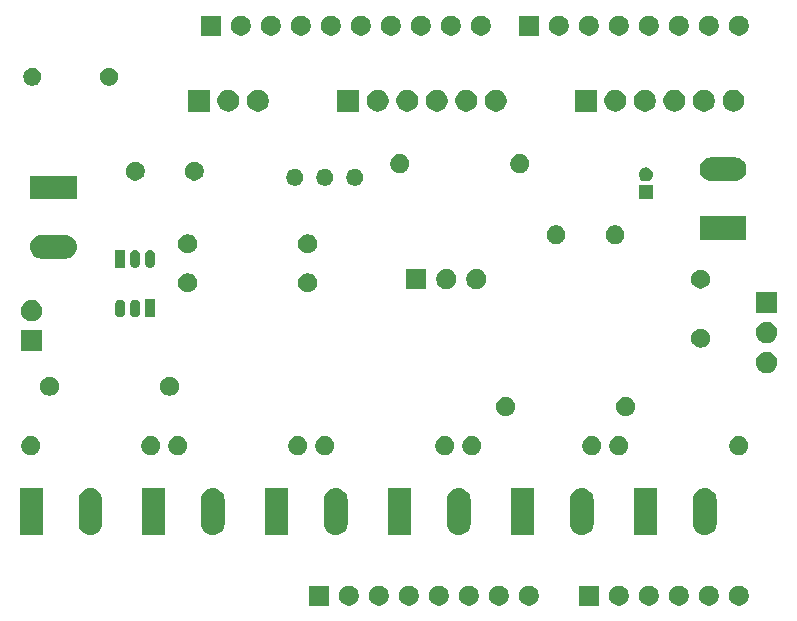
<source format=gbr>
G04 #@! TF.GenerationSoftware,KiCad,Pcbnew,(5.1.5)-3*
G04 #@! TF.CreationDate,2020-01-11T20:00:42-05:00*
G04 #@! TF.ProjectId,data_station_backpack,64617461-5f73-4746-9174-696f6e5f6261,rev?*
G04 #@! TF.SameCoordinates,Original*
G04 #@! TF.FileFunction,Soldermask,Top*
G04 #@! TF.FilePolarity,Negative*
%FSLAX46Y46*%
G04 Gerber Fmt 4.6, Leading zero omitted, Abs format (unit mm)*
G04 Created by KiCad (PCBNEW (5.1.5)-3) date 2020-01-11 20:00:42*
%MOMM*%
%LPD*%
G04 APERTURE LIST*
%ADD10C,0.100000*%
G04 APERTURE END LIST*
D10*
G36*
X174745935Y-123007664D02*
G01*
X174900624Y-123071739D01*
X174900626Y-123071740D01*
X175039844Y-123164762D01*
X175158238Y-123283156D01*
X175251260Y-123422374D01*
X175251261Y-123422376D01*
X175315336Y-123577065D01*
X175348000Y-123741281D01*
X175348000Y-123908719D01*
X175315336Y-124072935D01*
X175251261Y-124227624D01*
X175251260Y-124227626D01*
X175158238Y-124366844D01*
X175039844Y-124485238D01*
X174900626Y-124578260D01*
X174900625Y-124578261D01*
X174900624Y-124578261D01*
X174745935Y-124642336D01*
X174581719Y-124675000D01*
X174414281Y-124675000D01*
X174250065Y-124642336D01*
X174095376Y-124578261D01*
X174095375Y-124578261D01*
X174095374Y-124578260D01*
X173956156Y-124485238D01*
X173837762Y-124366844D01*
X173744740Y-124227626D01*
X173744739Y-124227624D01*
X173680664Y-124072935D01*
X173648000Y-123908719D01*
X173648000Y-123741281D01*
X173680664Y-123577065D01*
X173744739Y-123422376D01*
X173744740Y-123422374D01*
X173837762Y-123283156D01*
X173956156Y-123164762D01*
X174095374Y-123071740D01*
X174095376Y-123071739D01*
X174250065Y-123007664D01*
X174414281Y-122975000D01*
X174581719Y-122975000D01*
X174745935Y-123007664D01*
G37*
G36*
X172205935Y-123007664D02*
G01*
X172360624Y-123071739D01*
X172360626Y-123071740D01*
X172499844Y-123164762D01*
X172618238Y-123283156D01*
X172711260Y-123422374D01*
X172711261Y-123422376D01*
X172775336Y-123577065D01*
X172808000Y-123741281D01*
X172808000Y-123908719D01*
X172775336Y-124072935D01*
X172711261Y-124227624D01*
X172711260Y-124227626D01*
X172618238Y-124366844D01*
X172499844Y-124485238D01*
X172360626Y-124578260D01*
X172360625Y-124578261D01*
X172360624Y-124578261D01*
X172205935Y-124642336D01*
X172041719Y-124675000D01*
X171874281Y-124675000D01*
X171710065Y-124642336D01*
X171555376Y-124578261D01*
X171555375Y-124578261D01*
X171555374Y-124578260D01*
X171416156Y-124485238D01*
X171297762Y-124366844D01*
X171204740Y-124227626D01*
X171204739Y-124227624D01*
X171140664Y-124072935D01*
X171108000Y-123908719D01*
X171108000Y-123741281D01*
X171140664Y-123577065D01*
X171204739Y-123422376D01*
X171204740Y-123422374D01*
X171297762Y-123283156D01*
X171416156Y-123164762D01*
X171555374Y-123071740D01*
X171555376Y-123071739D01*
X171710065Y-123007664D01*
X171874281Y-122975000D01*
X172041719Y-122975000D01*
X172205935Y-123007664D01*
G37*
G36*
X156965935Y-123007664D02*
G01*
X157120624Y-123071739D01*
X157120626Y-123071740D01*
X157259844Y-123164762D01*
X157378238Y-123283156D01*
X157471260Y-123422374D01*
X157471261Y-123422376D01*
X157535336Y-123577065D01*
X157568000Y-123741281D01*
X157568000Y-123908719D01*
X157535336Y-124072935D01*
X157471261Y-124227624D01*
X157471260Y-124227626D01*
X157378238Y-124366844D01*
X157259844Y-124485238D01*
X157120626Y-124578260D01*
X157120625Y-124578261D01*
X157120624Y-124578261D01*
X156965935Y-124642336D01*
X156801719Y-124675000D01*
X156634281Y-124675000D01*
X156470065Y-124642336D01*
X156315376Y-124578261D01*
X156315375Y-124578261D01*
X156315374Y-124578260D01*
X156176156Y-124485238D01*
X156057762Y-124366844D01*
X155964740Y-124227626D01*
X155964739Y-124227624D01*
X155900664Y-124072935D01*
X155868000Y-123908719D01*
X155868000Y-123741281D01*
X155900664Y-123577065D01*
X155964739Y-123422376D01*
X155964740Y-123422374D01*
X156057762Y-123283156D01*
X156176156Y-123164762D01*
X156315374Y-123071740D01*
X156315376Y-123071739D01*
X156470065Y-123007664D01*
X156634281Y-122975000D01*
X156801719Y-122975000D01*
X156965935Y-123007664D01*
G37*
G36*
X154425935Y-123007664D02*
G01*
X154580624Y-123071739D01*
X154580626Y-123071740D01*
X154719844Y-123164762D01*
X154838238Y-123283156D01*
X154931260Y-123422374D01*
X154931261Y-123422376D01*
X154995336Y-123577065D01*
X155028000Y-123741281D01*
X155028000Y-123908719D01*
X154995336Y-124072935D01*
X154931261Y-124227624D01*
X154931260Y-124227626D01*
X154838238Y-124366844D01*
X154719844Y-124485238D01*
X154580626Y-124578260D01*
X154580625Y-124578261D01*
X154580624Y-124578261D01*
X154425935Y-124642336D01*
X154261719Y-124675000D01*
X154094281Y-124675000D01*
X153930065Y-124642336D01*
X153775376Y-124578261D01*
X153775375Y-124578261D01*
X153775374Y-124578260D01*
X153636156Y-124485238D01*
X153517762Y-124366844D01*
X153424740Y-124227626D01*
X153424739Y-124227624D01*
X153360664Y-124072935D01*
X153328000Y-123908719D01*
X153328000Y-123741281D01*
X153360664Y-123577065D01*
X153424739Y-123422376D01*
X153424740Y-123422374D01*
X153517762Y-123283156D01*
X153636156Y-123164762D01*
X153775374Y-123071740D01*
X153775376Y-123071739D01*
X153930065Y-123007664D01*
X154094281Y-122975000D01*
X154261719Y-122975000D01*
X154425935Y-123007664D01*
G37*
G36*
X151885935Y-123007664D02*
G01*
X152040624Y-123071739D01*
X152040626Y-123071740D01*
X152179844Y-123164762D01*
X152298238Y-123283156D01*
X152391260Y-123422374D01*
X152391261Y-123422376D01*
X152455336Y-123577065D01*
X152488000Y-123741281D01*
X152488000Y-123908719D01*
X152455336Y-124072935D01*
X152391261Y-124227624D01*
X152391260Y-124227626D01*
X152298238Y-124366844D01*
X152179844Y-124485238D01*
X152040626Y-124578260D01*
X152040625Y-124578261D01*
X152040624Y-124578261D01*
X151885935Y-124642336D01*
X151721719Y-124675000D01*
X151554281Y-124675000D01*
X151390065Y-124642336D01*
X151235376Y-124578261D01*
X151235375Y-124578261D01*
X151235374Y-124578260D01*
X151096156Y-124485238D01*
X150977762Y-124366844D01*
X150884740Y-124227626D01*
X150884739Y-124227624D01*
X150820664Y-124072935D01*
X150788000Y-123908719D01*
X150788000Y-123741281D01*
X150820664Y-123577065D01*
X150884739Y-123422376D01*
X150884740Y-123422374D01*
X150977762Y-123283156D01*
X151096156Y-123164762D01*
X151235374Y-123071740D01*
X151235376Y-123071739D01*
X151390065Y-123007664D01*
X151554281Y-122975000D01*
X151721719Y-122975000D01*
X151885935Y-123007664D01*
G37*
G36*
X149345935Y-123007664D02*
G01*
X149500624Y-123071739D01*
X149500626Y-123071740D01*
X149639844Y-123164762D01*
X149758238Y-123283156D01*
X149851260Y-123422374D01*
X149851261Y-123422376D01*
X149915336Y-123577065D01*
X149948000Y-123741281D01*
X149948000Y-123908719D01*
X149915336Y-124072935D01*
X149851261Y-124227624D01*
X149851260Y-124227626D01*
X149758238Y-124366844D01*
X149639844Y-124485238D01*
X149500626Y-124578260D01*
X149500625Y-124578261D01*
X149500624Y-124578261D01*
X149345935Y-124642336D01*
X149181719Y-124675000D01*
X149014281Y-124675000D01*
X148850065Y-124642336D01*
X148695376Y-124578261D01*
X148695375Y-124578261D01*
X148695374Y-124578260D01*
X148556156Y-124485238D01*
X148437762Y-124366844D01*
X148344740Y-124227626D01*
X148344739Y-124227624D01*
X148280664Y-124072935D01*
X148248000Y-123908719D01*
X148248000Y-123741281D01*
X148280664Y-123577065D01*
X148344739Y-123422376D01*
X148344740Y-123422374D01*
X148437762Y-123283156D01*
X148556156Y-123164762D01*
X148695374Y-123071740D01*
X148695376Y-123071739D01*
X148850065Y-123007664D01*
X149014281Y-122975000D01*
X149181719Y-122975000D01*
X149345935Y-123007664D01*
G37*
G36*
X146805935Y-123007664D02*
G01*
X146960624Y-123071739D01*
X146960626Y-123071740D01*
X147099844Y-123164762D01*
X147218238Y-123283156D01*
X147311260Y-123422374D01*
X147311261Y-123422376D01*
X147375336Y-123577065D01*
X147408000Y-123741281D01*
X147408000Y-123908719D01*
X147375336Y-124072935D01*
X147311261Y-124227624D01*
X147311260Y-124227626D01*
X147218238Y-124366844D01*
X147099844Y-124485238D01*
X146960626Y-124578260D01*
X146960625Y-124578261D01*
X146960624Y-124578261D01*
X146805935Y-124642336D01*
X146641719Y-124675000D01*
X146474281Y-124675000D01*
X146310065Y-124642336D01*
X146155376Y-124578261D01*
X146155375Y-124578261D01*
X146155374Y-124578260D01*
X146016156Y-124485238D01*
X145897762Y-124366844D01*
X145804740Y-124227626D01*
X145804739Y-124227624D01*
X145740664Y-124072935D01*
X145708000Y-123908719D01*
X145708000Y-123741281D01*
X145740664Y-123577065D01*
X145804739Y-123422376D01*
X145804740Y-123422374D01*
X145897762Y-123283156D01*
X146016156Y-123164762D01*
X146155374Y-123071740D01*
X146155376Y-123071739D01*
X146310065Y-123007664D01*
X146474281Y-122975000D01*
X146641719Y-122975000D01*
X146805935Y-123007664D01*
G37*
G36*
X144265935Y-123007664D02*
G01*
X144420624Y-123071739D01*
X144420626Y-123071740D01*
X144559844Y-123164762D01*
X144678238Y-123283156D01*
X144771260Y-123422374D01*
X144771261Y-123422376D01*
X144835336Y-123577065D01*
X144868000Y-123741281D01*
X144868000Y-123908719D01*
X144835336Y-124072935D01*
X144771261Y-124227624D01*
X144771260Y-124227626D01*
X144678238Y-124366844D01*
X144559844Y-124485238D01*
X144420626Y-124578260D01*
X144420625Y-124578261D01*
X144420624Y-124578261D01*
X144265935Y-124642336D01*
X144101719Y-124675000D01*
X143934281Y-124675000D01*
X143770065Y-124642336D01*
X143615376Y-124578261D01*
X143615375Y-124578261D01*
X143615374Y-124578260D01*
X143476156Y-124485238D01*
X143357762Y-124366844D01*
X143264740Y-124227626D01*
X143264739Y-124227624D01*
X143200664Y-124072935D01*
X143168000Y-123908719D01*
X143168000Y-123741281D01*
X143200664Y-123577065D01*
X143264739Y-123422376D01*
X143264740Y-123422374D01*
X143357762Y-123283156D01*
X143476156Y-123164762D01*
X143615374Y-123071740D01*
X143615376Y-123071739D01*
X143770065Y-123007664D01*
X143934281Y-122975000D01*
X144101719Y-122975000D01*
X144265935Y-123007664D01*
G37*
G36*
X139788000Y-124675000D02*
G01*
X138088000Y-124675000D01*
X138088000Y-122975000D01*
X139788000Y-122975000D01*
X139788000Y-124675000D01*
G37*
G36*
X162648000Y-124675000D02*
G01*
X160948000Y-124675000D01*
X160948000Y-122975000D01*
X162648000Y-122975000D01*
X162648000Y-124675000D01*
G37*
G36*
X164585935Y-123007664D02*
G01*
X164740624Y-123071739D01*
X164740626Y-123071740D01*
X164879844Y-123164762D01*
X164998238Y-123283156D01*
X165091260Y-123422374D01*
X165091261Y-123422376D01*
X165155336Y-123577065D01*
X165188000Y-123741281D01*
X165188000Y-123908719D01*
X165155336Y-124072935D01*
X165091261Y-124227624D01*
X165091260Y-124227626D01*
X164998238Y-124366844D01*
X164879844Y-124485238D01*
X164740626Y-124578260D01*
X164740625Y-124578261D01*
X164740624Y-124578261D01*
X164585935Y-124642336D01*
X164421719Y-124675000D01*
X164254281Y-124675000D01*
X164090065Y-124642336D01*
X163935376Y-124578261D01*
X163935375Y-124578261D01*
X163935374Y-124578260D01*
X163796156Y-124485238D01*
X163677762Y-124366844D01*
X163584740Y-124227626D01*
X163584739Y-124227624D01*
X163520664Y-124072935D01*
X163488000Y-123908719D01*
X163488000Y-123741281D01*
X163520664Y-123577065D01*
X163584739Y-123422376D01*
X163584740Y-123422374D01*
X163677762Y-123283156D01*
X163796156Y-123164762D01*
X163935374Y-123071740D01*
X163935376Y-123071739D01*
X164090065Y-123007664D01*
X164254281Y-122975000D01*
X164421719Y-122975000D01*
X164585935Y-123007664D01*
G37*
G36*
X167125935Y-123007664D02*
G01*
X167280624Y-123071739D01*
X167280626Y-123071740D01*
X167419844Y-123164762D01*
X167538238Y-123283156D01*
X167631260Y-123422374D01*
X167631261Y-123422376D01*
X167695336Y-123577065D01*
X167728000Y-123741281D01*
X167728000Y-123908719D01*
X167695336Y-124072935D01*
X167631261Y-124227624D01*
X167631260Y-124227626D01*
X167538238Y-124366844D01*
X167419844Y-124485238D01*
X167280626Y-124578260D01*
X167280625Y-124578261D01*
X167280624Y-124578261D01*
X167125935Y-124642336D01*
X166961719Y-124675000D01*
X166794281Y-124675000D01*
X166630065Y-124642336D01*
X166475376Y-124578261D01*
X166475375Y-124578261D01*
X166475374Y-124578260D01*
X166336156Y-124485238D01*
X166217762Y-124366844D01*
X166124740Y-124227626D01*
X166124739Y-124227624D01*
X166060664Y-124072935D01*
X166028000Y-123908719D01*
X166028000Y-123741281D01*
X166060664Y-123577065D01*
X166124739Y-123422376D01*
X166124740Y-123422374D01*
X166217762Y-123283156D01*
X166336156Y-123164762D01*
X166475374Y-123071740D01*
X166475376Y-123071739D01*
X166630065Y-123007664D01*
X166794281Y-122975000D01*
X166961719Y-122975000D01*
X167125935Y-123007664D01*
G37*
G36*
X169665935Y-123007664D02*
G01*
X169820624Y-123071739D01*
X169820626Y-123071740D01*
X169959844Y-123164762D01*
X170078238Y-123283156D01*
X170171260Y-123422374D01*
X170171261Y-123422376D01*
X170235336Y-123577065D01*
X170268000Y-123741281D01*
X170268000Y-123908719D01*
X170235336Y-124072935D01*
X170171261Y-124227624D01*
X170171260Y-124227626D01*
X170078238Y-124366844D01*
X169959844Y-124485238D01*
X169820626Y-124578260D01*
X169820625Y-124578261D01*
X169820624Y-124578261D01*
X169665935Y-124642336D01*
X169501719Y-124675000D01*
X169334281Y-124675000D01*
X169170065Y-124642336D01*
X169015376Y-124578261D01*
X169015375Y-124578261D01*
X169015374Y-124578260D01*
X168876156Y-124485238D01*
X168757762Y-124366844D01*
X168664740Y-124227626D01*
X168664739Y-124227624D01*
X168600664Y-124072935D01*
X168568000Y-123908719D01*
X168568000Y-123741281D01*
X168600664Y-123577065D01*
X168664739Y-123422376D01*
X168664740Y-123422374D01*
X168757762Y-123283156D01*
X168876156Y-123164762D01*
X169015374Y-123071740D01*
X169015376Y-123071739D01*
X169170065Y-123007664D01*
X169334281Y-122975000D01*
X169501719Y-122975000D01*
X169665935Y-123007664D01*
G37*
G36*
X141725935Y-123007664D02*
G01*
X141880624Y-123071739D01*
X141880626Y-123071740D01*
X142019844Y-123164762D01*
X142138238Y-123283156D01*
X142231260Y-123422374D01*
X142231261Y-123422376D01*
X142295336Y-123577065D01*
X142328000Y-123741281D01*
X142328000Y-123908719D01*
X142295336Y-124072935D01*
X142231261Y-124227624D01*
X142231260Y-124227626D01*
X142138238Y-124366844D01*
X142019844Y-124485238D01*
X141880626Y-124578260D01*
X141880625Y-124578261D01*
X141880624Y-124578261D01*
X141725935Y-124642336D01*
X141561719Y-124675000D01*
X141394281Y-124675000D01*
X141230065Y-124642336D01*
X141075376Y-124578261D01*
X141075375Y-124578261D01*
X141075374Y-124578260D01*
X140936156Y-124485238D01*
X140817762Y-124366844D01*
X140724740Y-124227626D01*
X140724739Y-124227624D01*
X140660664Y-124072935D01*
X140628000Y-123908719D01*
X140628000Y-123741281D01*
X140660664Y-123577065D01*
X140724739Y-123422376D01*
X140724740Y-123422374D01*
X140817762Y-123283156D01*
X140936156Y-123164762D01*
X141075374Y-123071740D01*
X141075376Y-123071739D01*
X141230065Y-123007664D01*
X141394281Y-122975000D01*
X141561719Y-122975000D01*
X141725935Y-123007664D01*
G37*
G36*
X140576071Y-114747324D02*
G01*
X140762690Y-114803934D01*
X140934677Y-114895862D01*
X141085423Y-115019577D01*
X141209139Y-115170324D01*
X141301065Y-115342307D01*
X141357676Y-115528928D01*
X141372000Y-115674364D01*
X141372000Y-117751636D01*
X141357676Y-117897072D01*
X141301065Y-118083693D01*
X141209139Y-118255676D01*
X141085423Y-118406423D01*
X140934676Y-118530139D01*
X140762693Y-118622065D01*
X140576072Y-118678676D01*
X140382000Y-118697790D01*
X140187929Y-118678676D01*
X140001308Y-118622065D01*
X139829325Y-118530139D01*
X139678578Y-118406423D01*
X139554862Y-118255676D01*
X139462936Y-118083693D01*
X139406325Y-117897072D01*
X139392001Y-117751636D01*
X139392000Y-115674365D01*
X139406324Y-115528929D01*
X139462934Y-115342310D01*
X139554862Y-115170323D01*
X139678577Y-115019577D01*
X139829324Y-114895861D01*
X140001307Y-114803935D01*
X140187928Y-114747324D01*
X140382000Y-114728210D01*
X140576071Y-114747324D01*
G37*
G36*
X161404071Y-114747324D02*
G01*
X161590690Y-114803934D01*
X161762677Y-114895862D01*
X161913423Y-115019577D01*
X162037139Y-115170324D01*
X162129065Y-115342307D01*
X162185676Y-115528928D01*
X162200000Y-115674364D01*
X162200000Y-117751636D01*
X162185676Y-117897072D01*
X162129065Y-118083693D01*
X162037139Y-118255676D01*
X161913423Y-118406423D01*
X161762676Y-118530139D01*
X161590693Y-118622065D01*
X161404072Y-118678676D01*
X161210000Y-118697790D01*
X161015929Y-118678676D01*
X160829308Y-118622065D01*
X160657325Y-118530139D01*
X160506578Y-118406423D01*
X160382862Y-118255676D01*
X160290936Y-118083693D01*
X160234325Y-117897072D01*
X160220001Y-117751636D01*
X160220000Y-115674365D01*
X160234324Y-115528929D01*
X160290934Y-115342310D01*
X160382862Y-115170323D01*
X160506577Y-115019577D01*
X160657324Y-114895861D01*
X160829307Y-114803935D01*
X161015928Y-114747324D01*
X161210000Y-114728210D01*
X161404071Y-114747324D01*
G37*
G36*
X171818071Y-114747324D02*
G01*
X172004690Y-114803934D01*
X172176677Y-114895862D01*
X172327423Y-115019577D01*
X172451139Y-115170324D01*
X172543065Y-115342307D01*
X172599676Y-115528928D01*
X172614000Y-115674364D01*
X172614000Y-117751636D01*
X172599676Y-117897072D01*
X172543065Y-118083693D01*
X172451139Y-118255676D01*
X172327423Y-118406423D01*
X172176676Y-118530139D01*
X172004693Y-118622065D01*
X171818072Y-118678676D01*
X171624000Y-118697790D01*
X171429929Y-118678676D01*
X171243308Y-118622065D01*
X171071325Y-118530139D01*
X170920578Y-118406423D01*
X170796862Y-118255676D01*
X170704936Y-118083693D01*
X170648325Y-117897072D01*
X170634001Y-117751636D01*
X170634000Y-115674365D01*
X170648324Y-115528929D01*
X170704934Y-115342310D01*
X170796862Y-115170323D01*
X170920577Y-115019577D01*
X171071324Y-114895861D01*
X171243307Y-114803935D01*
X171429928Y-114747324D01*
X171624000Y-114728210D01*
X171818071Y-114747324D01*
G37*
G36*
X119788071Y-114747324D02*
G01*
X119974690Y-114803934D01*
X120146677Y-114895862D01*
X120297423Y-115019577D01*
X120421139Y-115170324D01*
X120513065Y-115342307D01*
X120569676Y-115528928D01*
X120584000Y-115674364D01*
X120584000Y-117751636D01*
X120569676Y-117897072D01*
X120513065Y-118083693D01*
X120421139Y-118255676D01*
X120297423Y-118406423D01*
X120146676Y-118530139D01*
X119974693Y-118622065D01*
X119788072Y-118678676D01*
X119594000Y-118697790D01*
X119399929Y-118678676D01*
X119213308Y-118622065D01*
X119041325Y-118530139D01*
X118890578Y-118406423D01*
X118766862Y-118255676D01*
X118674936Y-118083693D01*
X118618325Y-117897072D01*
X118604001Y-117751636D01*
X118604000Y-115674365D01*
X118618324Y-115528929D01*
X118674934Y-115342310D01*
X118766862Y-115170323D01*
X118890577Y-115019577D01*
X119041324Y-114895861D01*
X119213307Y-114803935D01*
X119399928Y-114747324D01*
X119594000Y-114728210D01*
X119788071Y-114747324D01*
G37*
G36*
X150990071Y-114747324D02*
G01*
X151176690Y-114803934D01*
X151348677Y-114895862D01*
X151499423Y-115019577D01*
X151623139Y-115170324D01*
X151715065Y-115342307D01*
X151771676Y-115528928D01*
X151786000Y-115674364D01*
X151786000Y-117751636D01*
X151771676Y-117897072D01*
X151715065Y-118083693D01*
X151623139Y-118255676D01*
X151499423Y-118406423D01*
X151348676Y-118530139D01*
X151176693Y-118622065D01*
X150990072Y-118678676D01*
X150796000Y-118697790D01*
X150601929Y-118678676D01*
X150415308Y-118622065D01*
X150243325Y-118530139D01*
X150092578Y-118406423D01*
X149968862Y-118255676D01*
X149876936Y-118083693D01*
X149820325Y-117897072D01*
X149806001Y-117751636D01*
X149806000Y-115674365D01*
X149820324Y-115528929D01*
X149876934Y-115342310D01*
X149968862Y-115170323D01*
X150092577Y-115019577D01*
X150243324Y-114895861D01*
X150415307Y-114803935D01*
X150601928Y-114747324D01*
X150796000Y-114728210D01*
X150990071Y-114747324D01*
G37*
G36*
X130162071Y-114747324D02*
G01*
X130348690Y-114803934D01*
X130520677Y-114895862D01*
X130671423Y-115019577D01*
X130795139Y-115170324D01*
X130887065Y-115342307D01*
X130943676Y-115528928D01*
X130958000Y-115674364D01*
X130958000Y-117751636D01*
X130943676Y-117897072D01*
X130887065Y-118083693D01*
X130795139Y-118255676D01*
X130671423Y-118406423D01*
X130520676Y-118530139D01*
X130348693Y-118622065D01*
X130162072Y-118678676D01*
X129968000Y-118697790D01*
X129773929Y-118678676D01*
X129587308Y-118622065D01*
X129415325Y-118530139D01*
X129264578Y-118406423D01*
X129140862Y-118255676D01*
X129048936Y-118083693D01*
X128992325Y-117897072D01*
X128978001Y-117751636D01*
X128978000Y-115674365D01*
X128992324Y-115528929D01*
X129048934Y-115342310D01*
X129140862Y-115170323D01*
X129264577Y-115019577D01*
X129415324Y-114895861D01*
X129587307Y-114803935D01*
X129773928Y-114747324D01*
X129968000Y-114728210D01*
X130162071Y-114747324D01*
G37*
G36*
X125958000Y-118693000D02*
G01*
X123978000Y-118693000D01*
X123978000Y-114733000D01*
X125958000Y-114733000D01*
X125958000Y-118693000D01*
G37*
G36*
X115584000Y-118693000D02*
G01*
X113604000Y-118693000D01*
X113604000Y-114733000D01*
X115584000Y-114733000D01*
X115584000Y-118693000D01*
G37*
G36*
X136372000Y-118693000D02*
G01*
X134392000Y-118693000D01*
X134392000Y-114733000D01*
X136372000Y-114733000D01*
X136372000Y-118693000D01*
G37*
G36*
X146786000Y-118693000D02*
G01*
X144806000Y-118693000D01*
X144806000Y-114733000D01*
X146786000Y-114733000D01*
X146786000Y-118693000D01*
G37*
G36*
X167614000Y-118693000D02*
G01*
X165634000Y-118693000D01*
X165634000Y-114733000D01*
X167614000Y-114733000D01*
X167614000Y-118693000D01*
G37*
G36*
X157200000Y-118693000D02*
G01*
X155220000Y-118693000D01*
X155220000Y-114733000D01*
X157200000Y-114733000D01*
X157200000Y-118693000D01*
G37*
G36*
X127233351Y-110355743D02*
G01*
X127378941Y-110416048D01*
X127509970Y-110503599D01*
X127621401Y-110615030D01*
X127708952Y-110746059D01*
X127769257Y-110891649D01*
X127800000Y-111046206D01*
X127800000Y-111203794D01*
X127769257Y-111358351D01*
X127708952Y-111503941D01*
X127621401Y-111634970D01*
X127509970Y-111746401D01*
X127378941Y-111833952D01*
X127233351Y-111894257D01*
X127078794Y-111925000D01*
X126921206Y-111925000D01*
X126766649Y-111894257D01*
X126621059Y-111833952D01*
X126490030Y-111746401D01*
X126378599Y-111634970D01*
X126291048Y-111503941D01*
X126230743Y-111358351D01*
X126200000Y-111203794D01*
X126200000Y-111046206D01*
X126230743Y-110891649D01*
X126291048Y-110746059D01*
X126378599Y-110615030D01*
X126490030Y-110503599D01*
X126621059Y-110416048D01*
X126766649Y-110355743D01*
X126921206Y-110325000D01*
X127078794Y-110325000D01*
X127233351Y-110355743D01*
G37*
G36*
X152125351Y-110355743D02*
G01*
X152270941Y-110416048D01*
X152401970Y-110503599D01*
X152513401Y-110615030D01*
X152600952Y-110746059D01*
X152661257Y-110891649D01*
X152692000Y-111046206D01*
X152692000Y-111203794D01*
X152661257Y-111358351D01*
X152600952Y-111503941D01*
X152513401Y-111634970D01*
X152401970Y-111746401D01*
X152270941Y-111833952D01*
X152125351Y-111894257D01*
X151970794Y-111925000D01*
X151813206Y-111925000D01*
X151658649Y-111894257D01*
X151513059Y-111833952D01*
X151382030Y-111746401D01*
X151270599Y-111634970D01*
X151183048Y-111503941D01*
X151122743Y-111358351D01*
X151092000Y-111203794D01*
X151092000Y-111046206D01*
X151122743Y-110891649D01*
X151183048Y-110746059D01*
X151270599Y-110615030D01*
X151382030Y-110503599D01*
X151513059Y-110416048D01*
X151658649Y-110355743D01*
X151813206Y-110325000D01*
X151970794Y-110325000D01*
X152125351Y-110355743D01*
G37*
G36*
X139679351Y-110355743D02*
G01*
X139824941Y-110416048D01*
X139955970Y-110503599D01*
X140067401Y-110615030D01*
X140154952Y-110746059D01*
X140215257Y-110891649D01*
X140246000Y-111046206D01*
X140246000Y-111203794D01*
X140215257Y-111358351D01*
X140154952Y-111503941D01*
X140067401Y-111634970D01*
X139955970Y-111746401D01*
X139824941Y-111833952D01*
X139679351Y-111894257D01*
X139524794Y-111925000D01*
X139367206Y-111925000D01*
X139212649Y-111894257D01*
X139067059Y-111833952D01*
X138936030Y-111746401D01*
X138824599Y-111634970D01*
X138737048Y-111503941D01*
X138676743Y-111358351D01*
X138646000Y-111203794D01*
X138646000Y-111046206D01*
X138676743Y-110891649D01*
X138737048Y-110746059D01*
X138824599Y-110615030D01*
X138936030Y-110503599D01*
X139067059Y-110416048D01*
X139212649Y-110355743D01*
X139367206Y-110325000D01*
X139524794Y-110325000D01*
X139679351Y-110355743D01*
G37*
G36*
X137393351Y-110355743D02*
G01*
X137538941Y-110416048D01*
X137669970Y-110503599D01*
X137781401Y-110615030D01*
X137868952Y-110746059D01*
X137929257Y-110891649D01*
X137960000Y-111046206D01*
X137960000Y-111203794D01*
X137929257Y-111358351D01*
X137868952Y-111503941D01*
X137781401Y-111634970D01*
X137669970Y-111746401D01*
X137538941Y-111833952D01*
X137393351Y-111894257D01*
X137238794Y-111925000D01*
X137081206Y-111925000D01*
X136926649Y-111894257D01*
X136781059Y-111833952D01*
X136650030Y-111746401D01*
X136538599Y-111634970D01*
X136451048Y-111503941D01*
X136390743Y-111358351D01*
X136360000Y-111203794D01*
X136360000Y-111046206D01*
X136390743Y-110891649D01*
X136451048Y-110746059D01*
X136538599Y-110615030D01*
X136650030Y-110503599D01*
X136781059Y-110416048D01*
X136926649Y-110355743D01*
X137081206Y-110325000D01*
X137238794Y-110325000D01*
X137393351Y-110355743D01*
G37*
G36*
X124947351Y-110355743D02*
G01*
X125092941Y-110416048D01*
X125223970Y-110503599D01*
X125335401Y-110615030D01*
X125422952Y-110746059D01*
X125483257Y-110891649D01*
X125514000Y-111046206D01*
X125514000Y-111203794D01*
X125483257Y-111358351D01*
X125422952Y-111503941D01*
X125335401Y-111634970D01*
X125223970Y-111746401D01*
X125092941Y-111833952D01*
X124947351Y-111894257D01*
X124792794Y-111925000D01*
X124635206Y-111925000D01*
X124480649Y-111894257D01*
X124335059Y-111833952D01*
X124204030Y-111746401D01*
X124092599Y-111634970D01*
X124005048Y-111503941D01*
X123944743Y-111358351D01*
X123914000Y-111203794D01*
X123914000Y-111046206D01*
X123944743Y-110891649D01*
X124005048Y-110746059D01*
X124092599Y-110615030D01*
X124204030Y-110503599D01*
X124335059Y-110416048D01*
X124480649Y-110355743D01*
X124635206Y-110325000D01*
X124792794Y-110325000D01*
X124947351Y-110355743D01*
G37*
G36*
X162285351Y-110355743D02*
G01*
X162430941Y-110416048D01*
X162561970Y-110503599D01*
X162673401Y-110615030D01*
X162760952Y-110746059D01*
X162821257Y-110891649D01*
X162852000Y-111046206D01*
X162852000Y-111203794D01*
X162821257Y-111358351D01*
X162760952Y-111503941D01*
X162673401Y-111634970D01*
X162561970Y-111746401D01*
X162430941Y-111833952D01*
X162285351Y-111894257D01*
X162130794Y-111925000D01*
X161973206Y-111925000D01*
X161818649Y-111894257D01*
X161673059Y-111833952D01*
X161542030Y-111746401D01*
X161430599Y-111634970D01*
X161343048Y-111503941D01*
X161282743Y-111358351D01*
X161252000Y-111203794D01*
X161252000Y-111046206D01*
X161282743Y-110891649D01*
X161343048Y-110746059D01*
X161430599Y-110615030D01*
X161542030Y-110503599D01*
X161673059Y-110416048D01*
X161818649Y-110355743D01*
X161973206Y-110325000D01*
X162130794Y-110325000D01*
X162285351Y-110355743D01*
G37*
G36*
X164571351Y-110355743D02*
G01*
X164716941Y-110416048D01*
X164847970Y-110503599D01*
X164959401Y-110615030D01*
X165046952Y-110746059D01*
X165107257Y-110891649D01*
X165138000Y-111046206D01*
X165138000Y-111203794D01*
X165107257Y-111358351D01*
X165046952Y-111503941D01*
X164959401Y-111634970D01*
X164847970Y-111746401D01*
X164716941Y-111833952D01*
X164571351Y-111894257D01*
X164416794Y-111925000D01*
X164259206Y-111925000D01*
X164104649Y-111894257D01*
X163959059Y-111833952D01*
X163828030Y-111746401D01*
X163716599Y-111634970D01*
X163629048Y-111503941D01*
X163568743Y-111358351D01*
X163538000Y-111203794D01*
X163538000Y-111046206D01*
X163568743Y-110891649D01*
X163629048Y-110746059D01*
X163716599Y-110615030D01*
X163828030Y-110503599D01*
X163959059Y-110416048D01*
X164104649Y-110355743D01*
X164259206Y-110325000D01*
X164416794Y-110325000D01*
X164571351Y-110355743D01*
G37*
G36*
X174731351Y-110355743D02*
G01*
X174876941Y-110416048D01*
X175007970Y-110503599D01*
X175119401Y-110615030D01*
X175206952Y-110746059D01*
X175267257Y-110891649D01*
X175298000Y-111046206D01*
X175298000Y-111203794D01*
X175267257Y-111358351D01*
X175206952Y-111503941D01*
X175119401Y-111634970D01*
X175007970Y-111746401D01*
X174876941Y-111833952D01*
X174731351Y-111894257D01*
X174576794Y-111925000D01*
X174419206Y-111925000D01*
X174264649Y-111894257D01*
X174119059Y-111833952D01*
X173988030Y-111746401D01*
X173876599Y-111634970D01*
X173789048Y-111503941D01*
X173728743Y-111358351D01*
X173698000Y-111203794D01*
X173698000Y-111046206D01*
X173728743Y-110891649D01*
X173789048Y-110746059D01*
X173876599Y-110615030D01*
X173988030Y-110503599D01*
X174119059Y-110416048D01*
X174264649Y-110355743D01*
X174419206Y-110325000D01*
X174576794Y-110325000D01*
X174731351Y-110355743D01*
G37*
G36*
X149839351Y-110355743D02*
G01*
X149984941Y-110416048D01*
X150115970Y-110503599D01*
X150227401Y-110615030D01*
X150314952Y-110746059D01*
X150375257Y-110891649D01*
X150406000Y-111046206D01*
X150406000Y-111203794D01*
X150375257Y-111358351D01*
X150314952Y-111503941D01*
X150227401Y-111634970D01*
X150115970Y-111746401D01*
X149984941Y-111833952D01*
X149839351Y-111894257D01*
X149684794Y-111925000D01*
X149527206Y-111925000D01*
X149372649Y-111894257D01*
X149227059Y-111833952D01*
X149096030Y-111746401D01*
X148984599Y-111634970D01*
X148897048Y-111503941D01*
X148836743Y-111358351D01*
X148806000Y-111203794D01*
X148806000Y-111046206D01*
X148836743Y-110891649D01*
X148897048Y-110746059D01*
X148984599Y-110615030D01*
X149096030Y-110503599D01*
X149227059Y-110416048D01*
X149372649Y-110355743D01*
X149527206Y-110325000D01*
X149684794Y-110325000D01*
X149839351Y-110355743D01*
G37*
G36*
X114787351Y-110355743D02*
G01*
X114932941Y-110416048D01*
X115063970Y-110503599D01*
X115175401Y-110615030D01*
X115262952Y-110746059D01*
X115323257Y-110891649D01*
X115354000Y-111046206D01*
X115354000Y-111203794D01*
X115323257Y-111358351D01*
X115262952Y-111503941D01*
X115175401Y-111634970D01*
X115063970Y-111746401D01*
X114932941Y-111833952D01*
X114787351Y-111894257D01*
X114632794Y-111925000D01*
X114475206Y-111925000D01*
X114320649Y-111894257D01*
X114175059Y-111833952D01*
X114044030Y-111746401D01*
X113932599Y-111634970D01*
X113845048Y-111503941D01*
X113784743Y-111358351D01*
X113754000Y-111203794D01*
X113754000Y-111046206D01*
X113784743Y-110891649D01*
X113845048Y-110746059D01*
X113932599Y-110615030D01*
X114044030Y-110503599D01*
X114175059Y-110416048D01*
X114320649Y-110355743D01*
X114475206Y-110325000D01*
X114632794Y-110325000D01*
X114787351Y-110355743D01*
G37*
G36*
X165142851Y-107053743D02*
G01*
X165288441Y-107114048D01*
X165419470Y-107201599D01*
X165530901Y-107313030D01*
X165618452Y-107444059D01*
X165678757Y-107589649D01*
X165709500Y-107744206D01*
X165709500Y-107901794D01*
X165678757Y-108056351D01*
X165618452Y-108201941D01*
X165530901Y-108332970D01*
X165419470Y-108444401D01*
X165288441Y-108531952D01*
X165142851Y-108592257D01*
X164988294Y-108623000D01*
X164830706Y-108623000D01*
X164676149Y-108592257D01*
X164530559Y-108531952D01*
X164399530Y-108444401D01*
X164288099Y-108332970D01*
X164200548Y-108201941D01*
X164140243Y-108056351D01*
X164109500Y-107901794D01*
X164109500Y-107744206D01*
X164140243Y-107589649D01*
X164200548Y-107444059D01*
X164288099Y-107313030D01*
X164399530Y-107201599D01*
X164530559Y-107114048D01*
X164676149Y-107053743D01*
X164830706Y-107023000D01*
X164988294Y-107023000D01*
X165142851Y-107053743D01*
G37*
G36*
X154982851Y-107053743D02*
G01*
X155128441Y-107114048D01*
X155259470Y-107201599D01*
X155370901Y-107313030D01*
X155458452Y-107444059D01*
X155518757Y-107589649D01*
X155549500Y-107744206D01*
X155549500Y-107901794D01*
X155518757Y-108056351D01*
X155458452Y-108201941D01*
X155370901Y-108332970D01*
X155259470Y-108444401D01*
X155128441Y-108531952D01*
X154982851Y-108592257D01*
X154828294Y-108623000D01*
X154670706Y-108623000D01*
X154516149Y-108592257D01*
X154370559Y-108531952D01*
X154239530Y-108444401D01*
X154128099Y-108332970D01*
X154040548Y-108201941D01*
X153980243Y-108056351D01*
X153949500Y-107901794D01*
X153949500Y-107744206D01*
X153980243Y-107589649D01*
X154040548Y-107444059D01*
X154128099Y-107313030D01*
X154239530Y-107201599D01*
X154370559Y-107114048D01*
X154516149Y-107053743D01*
X154670706Y-107023000D01*
X154828294Y-107023000D01*
X154982851Y-107053743D01*
G37*
G36*
X126534851Y-105339243D02*
G01*
X126680441Y-105399548D01*
X126811470Y-105487099D01*
X126922901Y-105598530D01*
X127010452Y-105729559D01*
X127070757Y-105875149D01*
X127101500Y-106029706D01*
X127101500Y-106187294D01*
X127070757Y-106341851D01*
X127010452Y-106487441D01*
X126922901Y-106618470D01*
X126811470Y-106729901D01*
X126680441Y-106817452D01*
X126534851Y-106877757D01*
X126380294Y-106908500D01*
X126222706Y-106908500D01*
X126068149Y-106877757D01*
X125922559Y-106817452D01*
X125791530Y-106729901D01*
X125680099Y-106618470D01*
X125592548Y-106487441D01*
X125532243Y-106341851D01*
X125501500Y-106187294D01*
X125501500Y-106029706D01*
X125532243Y-105875149D01*
X125592548Y-105729559D01*
X125680099Y-105598530D01*
X125791530Y-105487099D01*
X125922559Y-105399548D01*
X126068149Y-105339243D01*
X126222706Y-105308500D01*
X126380294Y-105308500D01*
X126534851Y-105339243D01*
G37*
G36*
X116374851Y-105339243D02*
G01*
X116520441Y-105399548D01*
X116651470Y-105487099D01*
X116762901Y-105598530D01*
X116850452Y-105729559D01*
X116910757Y-105875149D01*
X116941500Y-106029706D01*
X116941500Y-106187294D01*
X116910757Y-106341851D01*
X116850452Y-106487441D01*
X116762901Y-106618470D01*
X116651470Y-106729901D01*
X116520441Y-106817452D01*
X116374851Y-106877757D01*
X116220294Y-106908500D01*
X116062706Y-106908500D01*
X115908149Y-106877757D01*
X115762559Y-106817452D01*
X115631530Y-106729901D01*
X115520099Y-106618470D01*
X115432548Y-106487441D01*
X115372243Y-106341851D01*
X115341500Y-106187294D01*
X115341500Y-106029706D01*
X115372243Y-105875149D01*
X115432548Y-105729559D01*
X115520099Y-105598530D01*
X115631530Y-105487099D01*
X115762559Y-105399548D01*
X115908149Y-105339243D01*
X116062706Y-105308500D01*
X116220294Y-105308500D01*
X116374851Y-105339243D01*
G37*
G36*
X177110020Y-103211086D02*
G01*
X177273810Y-103278930D01*
X177421217Y-103377424D01*
X177546576Y-103502783D01*
X177645070Y-103650190D01*
X177712914Y-103813980D01*
X177747500Y-103987858D01*
X177747500Y-104165142D01*
X177712914Y-104339020D01*
X177645070Y-104502810D01*
X177546576Y-104650217D01*
X177421217Y-104775576D01*
X177273810Y-104874070D01*
X177273809Y-104874071D01*
X177273808Y-104874071D01*
X177110020Y-104941914D01*
X176936144Y-104976500D01*
X176758856Y-104976500D01*
X176584980Y-104941914D01*
X176421192Y-104874071D01*
X176421191Y-104874071D01*
X176421190Y-104874070D01*
X176273783Y-104775576D01*
X176148424Y-104650217D01*
X176049930Y-104502810D01*
X175982086Y-104339020D01*
X175947500Y-104165142D01*
X175947500Y-103987858D01*
X175982086Y-103813980D01*
X176049930Y-103650190D01*
X176148424Y-103502783D01*
X176273783Y-103377424D01*
X176421190Y-103278930D01*
X176584980Y-103211086D01*
X176758856Y-103176500D01*
X176936144Y-103176500D01*
X177110020Y-103211086D01*
G37*
G36*
X115517500Y-103135000D02*
G01*
X113717500Y-103135000D01*
X113717500Y-101335000D01*
X115517500Y-101335000D01*
X115517500Y-103135000D01*
G37*
G36*
X171492851Y-101258743D02*
G01*
X171638441Y-101319048D01*
X171769470Y-101406599D01*
X171880901Y-101518030D01*
X171968452Y-101649059D01*
X172028757Y-101794649D01*
X172059500Y-101949206D01*
X172059500Y-102106794D01*
X172028757Y-102261351D01*
X171968452Y-102406941D01*
X171880901Y-102537970D01*
X171769470Y-102649401D01*
X171638441Y-102736952D01*
X171492851Y-102797257D01*
X171338294Y-102828000D01*
X171180706Y-102828000D01*
X171026149Y-102797257D01*
X170880559Y-102736952D01*
X170749530Y-102649401D01*
X170638099Y-102537970D01*
X170550548Y-102406941D01*
X170490243Y-102261351D01*
X170459500Y-102106794D01*
X170459500Y-101949206D01*
X170490243Y-101794649D01*
X170550548Y-101649059D01*
X170638099Y-101518030D01*
X170749530Y-101406599D01*
X170880559Y-101319048D01*
X171026149Y-101258743D01*
X171180706Y-101228000D01*
X171338294Y-101228000D01*
X171492851Y-101258743D01*
G37*
G36*
X177110020Y-100671086D02*
G01*
X177273810Y-100738930D01*
X177421217Y-100837424D01*
X177546576Y-100962783D01*
X177645070Y-101110190D01*
X177645071Y-101110192D01*
X177712914Y-101273980D01*
X177725052Y-101335000D01*
X177747500Y-101447858D01*
X177747500Y-101625142D01*
X177712914Y-101799020D01*
X177645070Y-101962810D01*
X177546576Y-102110217D01*
X177421217Y-102235576D01*
X177273810Y-102334070D01*
X177273809Y-102334071D01*
X177273808Y-102334071D01*
X177110020Y-102401914D01*
X176936144Y-102436500D01*
X176758856Y-102436500D01*
X176584980Y-102401914D01*
X176421192Y-102334071D01*
X176421191Y-102334071D01*
X176421190Y-102334070D01*
X176273783Y-102235576D01*
X176148424Y-102110217D01*
X176049930Y-101962810D01*
X175982086Y-101799020D01*
X175947500Y-101625142D01*
X175947500Y-101447858D01*
X175969949Y-101335000D01*
X175982086Y-101273980D01*
X176049929Y-101110192D01*
X176049930Y-101110190D01*
X176148424Y-100962783D01*
X176273783Y-100837424D01*
X176421190Y-100738930D01*
X176584980Y-100671086D01*
X176758856Y-100636500D01*
X176936144Y-100636500D01*
X177110020Y-100671086D01*
G37*
G36*
X114874701Y-98828528D02*
G01*
X114880020Y-98829586D01*
X115043810Y-98897430D01*
X115191217Y-98995924D01*
X115316576Y-99121283D01*
X115357410Y-99182396D01*
X115415071Y-99268692D01*
X115482914Y-99432480D01*
X115517500Y-99606356D01*
X115517500Y-99783644D01*
X115482914Y-99957520D01*
X115442240Y-100055717D01*
X115415070Y-100121310D01*
X115316576Y-100268717D01*
X115191217Y-100394076D01*
X115043810Y-100492570D01*
X115043809Y-100492571D01*
X115043808Y-100492571D01*
X114880020Y-100560414D01*
X114706144Y-100595000D01*
X114528856Y-100595000D01*
X114354980Y-100560414D01*
X114191192Y-100492571D01*
X114191191Y-100492571D01*
X114191190Y-100492570D01*
X114043783Y-100394076D01*
X113918424Y-100268717D01*
X113819930Y-100121310D01*
X113792761Y-100055717D01*
X113752086Y-99957520D01*
X113717500Y-99783644D01*
X113717500Y-99606356D01*
X113752086Y-99432480D01*
X113819929Y-99268692D01*
X113877590Y-99182396D01*
X113918424Y-99121283D01*
X114043783Y-98995924D01*
X114191190Y-98897430D01*
X114354980Y-98829586D01*
X114360299Y-98828528D01*
X114528856Y-98795000D01*
X114706144Y-98795000D01*
X114874701Y-98828528D01*
G37*
G36*
X122198714Y-98761011D02*
G01*
X122283540Y-98786743D01*
X122283542Y-98786744D01*
X122361714Y-98828528D01*
X122430238Y-98884763D01*
X122486472Y-98953285D01*
X122509263Y-98995924D01*
X122528257Y-99031459D01*
X122553989Y-99116285D01*
X122560500Y-99182395D01*
X122560500Y-99826605D01*
X122553989Y-99892715D01*
X122534330Y-99957520D01*
X122528256Y-99977543D01*
X122486472Y-100055715D01*
X122430238Y-100124238D01*
X122361715Y-100180472D01*
X122283543Y-100222256D01*
X122283541Y-100222257D01*
X122198715Y-100247989D01*
X122110500Y-100256677D01*
X122022286Y-100247989D01*
X121937460Y-100222257D01*
X121937458Y-100222256D01*
X121859286Y-100180472D01*
X121790763Y-100124238D01*
X121734530Y-100055717D01*
X121692743Y-99977541D01*
X121667011Y-99892713D01*
X121660500Y-99826606D01*
X121660500Y-99182395D01*
X121667011Y-99116288D01*
X121667011Y-99116286D01*
X121692743Y-99031460D01*
X121692745Y-99031457D01*
X121734528Y-98953286D01*
X121790763Y-98884762D01*
X121859285Y-98828528D01*
X121937457Y-98786744D01*
X121937459Y-98786743D01*
X122022285Y-98761011D01*
X122110500Y-98752323D01*
X122198714Y-98761011D01*
G37*
G36*
X123468714Y-98761011D02*
G01*
X123553540Y-98786743D01*
X123553542Y-98786744D01*
X123631714Y-98828528D01*
X123700238Y-98884763D01*
X123756472Y-98953285D01*
X123779263Y-98995924D01*
X123798257Y-99031459D01*
X123823989Y-99116285D01*
X123830500Y-99182395D01*
X123830500Y-99826605D01*
X123823989Y-99892715D01*
X123804330Y-99957520D01*
X123798256Y-99977543D01*
X123756472Y-100055715D01*
X123700238Y-100124238D01*
X123631715Y-100180472D01*
X123553543Y-100222256D01*
X123553541Y-100222257D01*
X123468715Y-100247989D01*
X123380500Y-100256677D01*
X123292286Y-100247989D01*
X123207460Y-100222257D01*
X123207458Y-100222256D01*
X123129286Y-100180472D01*
X123060763Y-100124238D01*
X123004530Y-100055717D01*
X122962743Y-99977541D01*
X122937011Y-99892713D01*
X122930500Y-99826606D01*
X122930500Y-99182395D01*
X122937011Y-99116288D01*
X122937011Y-99116286D01*
X122962743Y-99031460D01*
X122962745Y-99031457D01*
X123004528Y-98953286D01*
X123060763Y-98884762D01*
X123129285Y-98828528D01*
X123207457Y-98786744D01*
X123207459Y-98786743D01*
X123292285Y-98761011D01*
X123380500Y-98752323D01*
X123468714Y-98761011D01*
G37*
G36*
X125100500Y-100254500D02*
G01*
X124200500Y-100254500D01*
X124200500Y-98754500D01*
X125100500Y-98754500D01*
X125100500Y-100254500D01*
G37*
G36*
X177747500Y-99896500D02*
G01*
X175947500Y-99896500D01*
X175947500Y-98096500D01*
X177747500Y-98096500D01*
X177747500Y-99896500D01*
G37*
G36*
X138218851Y-96576243D02*
G01*
X138364441Y-96636548D01*
X138495470Y-96724099D01*
X138606901Y-96835530D01*
X138694452Y-96966559D01*
X138754757Y-97112149D01*
X138785500Y-97266706D01*
X138785500Y-97424294D01*
X138754757Y-97578851D01*
X138694452Y-97724441D01*
X138606901Y-97855470D01*
X138495470Y-97966901D01*
X138364441Y-98054452D01*
X138218851Y-98114757D01*
X138064294Y-98145500D01*
X137906706Y-98145500D01*
X137752149Y-98114757D01*
X137606559Y-98054452D01*
X137475530Y-97966901D01*
X137364099Y-97855470D01*
X137276548Y-97724441D01*
X137216243Y-97578851D01*
X137185500Y-97424294D01*
X137185500Y-97266706D01*
X137216243Y-97112149D01*
X137276548Y-96966559D01*
X137364099Y-96835530D01*
X137475530Y-96724099D01*
X137606559Y-96636548D01*
X137752149Y-96576243D01*
X137906706Y-96545500D01*
X138064294Y-96545500D01*
X138218851Y-96576243D01*
G37*
G36*
X128058851Y-96576243D02*
G01*
X128204441Y-96636548D01*
X128335470Y-96724099D01*
X128446901Y-96835530D01*
X128534452Y-96966559D01*
X128594757Y-97112149D01*
X128625500Y-97266706D01*
X128625500Y-97424294D01*
X128594757Y-97578851D01*
X128534452Y-97724441D01*
X128446901Y-97855470D01*
X128335470Y-97966901D01*
X128204441Y-98054452D01*
X128058851Y-98114757D01*
X127904294Y-98145500D01*
X127746706Y-98145500D01*
X127592149Y-98114757D01*
X127446559Y-98054452D01*
X127315530Y-97966901D01*
X127204099Y-97855470D01*
X127116548Y-97724441D01*
X127056243Y-97578851D01*
X127025500Y-97424294D01*
X127025500Y-97266706D01*
X127056243Y-97112149D01*
X127116548Y-96966559D01*
X127204099Y-96835530D01*
X127315530Y-96724099D01*
X127446559Y-96636548D01*
X127592149Y-96576243D01*
X127746706Y-96545500D01*
X127904294Y-96545500D01*
X128058851Y-96576243D01*
G37*
G36*
X152520935Y-96210664D02*
G01*
X152675624Y-96274739D01*
X152675626Y-96274740D01*
X152814844Y-96367762D01*
X152933238Y-96486156D01*
X153026260Y-96625374D01*
X153026261Y-96625376D01*
X153090336Y-96780065D01*
X153123000Y-96944281D01*
X153123000Y-97111719D01*
X153090336Y-97275935D01*
X153028883Y-97424293D01*
X153026260Y-97430626D01*
X152933238Y-97569844D01*
X152814844Y-97688238D01*
X152675626Y-97781260D01*
X152675625Y-97781261D01*
X152675624Y-97781261D01*
X152520935Y-97845336D01*
X152356719Y-97878000D01*
X152189281Y-97878000D01*
X152025065Y-97845336D01*
X151870376Y-97781261D01*
X151870375Y-97781261D01*
X151870374Y-97781260D01*
X151731156Y-97688238D01*
X151612762Y-97569844D01*
X151519740Y-97430626D01*
X151517117Y-97424293D01*
X151455664Y-97275935D01*
X151423000Y-97111719D01*
X151423000Y-96944281D01*
X151455664Y-96780065D01*
X151519739Y-96625376D01*
X151519740Y-96625374D01*
X151612762Y-96486156D01*
X151731156Y-96367762D01*
X151870374Y-96274740D01*
X151870376Y-96274739D01*
X152025065Y-96210664D01*
X152189281Y-96178000D01*
X152356719Y-96178000D01*
X152520935Y-96210664D01*
G37*
G36*
X149980935Y-96210664D02*
G01*
X150135624Y-96274739D01*
X150135626Y-96274740D01*
X150274844Y-96367762D01*
X150393238Y-96486156D01*
X150486260Y-96625374D01*
X150486261Y-96625376D01*
X150550336Y-96780065D01*
X150583000Y-96944281D01*
X150583000Y-97111719D01*
X150550336Y-97275935D01*
X150488883Y-97424293D01*
X150486260Y-97430626D01*
X150393238Y-97569844D01*
X150274844Y-97688238D01*
X150135626Y-97781260D01*
X150135625Y-97781261D01*
X150135624Y-97781261D01*
X149980935Y-97845336D01*
X149816719Y-97878000D01*
X149649281Y-97878000D01*
X149485065Y-97845336D01*
X149330376Y-97781261D01*
X149330375Y-97781261D01*
X149330374Y-97781260D01*
X149191156Y-97688238D01*
X149072762Y-97569844D01*
X148979740Y-97430626D01*
X148977117Y-97424293D01*
X148915664Y-97275935D01*
X148883000Y-97111719D01*
X148883000Y-96944281D01*
X148915664Y-96780065D01*
X148979739Y-96625376D01*
X148979740Y-96625374D01*
X149072762Y-96486156D01*
X149191156Y-96367762D01*
X149330374Y-96274740D01*
X149330376Y-96274739D01*
X149485065Y-96210664D01*
X149649281Y-96178000D01*
X149816719Y-96178000D01*
X149980935Y-96210664D01*
G37*
G36*
X148043000Y-97878000D02*
G01*
X146343000Y-97878000D01*
X146343000Y-96178000D01*
X148043000Y-96178000D01*
X148043000Y-97878000D01*
G37*
G36*
X171492851Y-96258743D02*
G01*
X171638441Y-96319048D01*
X171769470Y-96406599D01*
X171880901Y-96518030D01*
X171968452Y-96649059D01*
X172028757Y-96794649D01*
X172059500Y-96949206D01*
X172059500Y-97106794D01*
X172028757Y-97261351D01*
X171968452Y-97406941D01*
X171880901Y-97537970D01*
X171769470Y-97649401D01*
X171638441Y-97736952D01*
X171492851Y-97797257D01*
X171338294Y-97828000D01*
X171180706Y-97828000D01*
X171026149Y-97797257D01*
X170880559Y-97736952D01*
X170749530Y-97649401D01*
X170638099Y-97537970D01*
X170550548Y-97406941D01*
X170490243Y-97261351D01*
X170459500Y-97106794D01*
X170459500Y-96949206D01*
X170490243Y-96794649D01*
X170550548Y-96649059D01*
X170638099Y-96518030D01*
X170749530Y-96406599D01*
X170880559Y-96319048D01*
X171026149Y-96258743D01*
X171180706Y-96228000D01*
X171338294Y-96228000D01*
X171492851Y-96258743D01*
G37*
G36*
X124738715Y-94570011D02*
G01*
X124823541Y-94595743D01*
X124823543Y-94595744D01*
X124901715Y-94637528D01*
X124970238Y-94693762D01*
X125018402Y-94752452D01*
X125026471Y-94762284D01*
X125068257Y-94840459D01*
X125093989Y-94925285D01*
X125100500Y-94991395D01*
X125100500Y-95635605D01*
X125093989Y-95701715D01*
X125068257Y-95786540D01*
X125068256Y-95786543D01*
X125026472Y-95864715D01*
X124970238Y-95933237D01*
X124901714Y-95989472D01*
X124823542Y-96031256D01*
X124823540Y-96031257D01*
X124738714Y-96056989D01*
X124650500Y-96065677D01*
X124562285Y-96056989D01*
X124477459Y-96031257D01*
X124477457Y-96031256D01*
X124399285Y-95989472D01*
X124330763Y-95933238D01*
X124274528Y-95864714D01*
X124232744Y-95786542D01*
X124232743Y-95786540D01*
X124207011Y-95701714D01*
X124200500Y-95635604D01*
X124200500Y-94991394D01*
X124207011Y-94925287D01*
X124232743Y-94840459D01*
X124274530Y-94762283D01*
X124330763Y-94693762D01*
X124399286Y-94637528D01*
X124477458Y-94595744D01*
X124477460Y-94595743D01*
X124562286Y-94570011D01*
X124650500Y-94561323D01*
X124738715Y-94570011D01*
G37*
G36*
X123468715Y-94570011D02*
G01*
X123553541Y-94595743D01*
X123553543Y-94595744D01*
X123631715Y-94637528D01*
X123700238Y-94693762D01*
X123748402Y-94752452D01*
X123756471Y-94762284D01*
X123798257Y-94840459D01*
X123823989Y-94925285D01*
X123830500Y-94991395D01*
X123830500Y-95635605D01*
X123823989Y-95701715D01*
X123798257Y-95786540D01*
X123798256Y-95786543D01*
X123756472Y-95864715D01*
X123700238Y-95933237D01*
X123631714Y-95989472D01*
X123553542Y-96031256D01*
X123553540Y-96031257D01*
X123468714Y-96056989D01*
X123380500Y-96065677D01*
X123292285Y-96056989D01*
X123207459Y-96031257D01*
X123207457Y-96031256D01*
X123129285Y-95989472D01*
X123060763Y-95933238D01*
X123004528Y-95864714D01*
X122962744Y-95786542D01*
X122962743Y-95786540D01*
X122937011Y-95701714D01*
X122930500Y-95635604D01*
X122930500Y-94991394D01*
X122937011Y-94925287D01*
X122962743Y-94840459D01*
X123004530Y-94762283D01*
X123060763Y-94693762D01*
X123129286Y-94637528D01*
X123207458Y-94595744D01*
X123207460Y-94595743D01*
X123292286Y-94570011D01*
X123380500Y-94561323D01*
X123468715Y-94570011D01*
G37*
G36*
X122560500Y-96063500D02*
G01*
X121660500Y-96063500D01*
X121660500Y-94563500D01*
X122560500Y-94563500D01*
X122560500Y-96063500D01*
G37*
G36*
X117643072Y-93321824D02*
G01*
X117829693Y-93378435D01*
X118001676Y-93470361D01*
X118152423Y-93594077D01*
X118276139Y-93744824D01*
X118368065Y-93916807D01*
X118424676Y-94103428D01*
X118443790Y-94297500D01*
X118424676Y-94491572D01*
X118368065Y-94678193D01*
X118276139Y-94850176D01*
X118152423Y-95000923D01*
X118001676Y-95124639D01*
X117829693Y-95216565D01*
X117643072Y-95273176D01*
X117497636Y-95287500D01*
X115420364Y-95287500D01*
X115274928Y-95273176D01*
X115088307Y-95216565D01*
X114916324Y-95124639D01*
X114765577Y-95000923D01*
X114641861Y-94850176D01*
X114549935Y-94678193D01*
X114493324Y-94491572D01*
X114474210Y-94297500D01*
X114493324Y-94103428D01*
X114549935Y-93916807D01*
X114641861Y-93744824D01*
X114765577Y-93594077D01*
X114916324Y-93470361D01*
X115088307Y-93378435D01*
X115274928Y-93321824D01*
X115420364Y-93307500D01*
X117497636Y-93307500D01*
X117643072Y-93321824D01*
G37*
G36*
X138218851Y-93274243D02*
G01*
X138364441Y-93334548D01*
X138495470Y-93422099D01*
X138606901Y-93533530D01*
X138694452Y-93664559D01*
X138754757Y-93810149D01*
X138785500Y-93964706D01*
X138785500Y-94122294D01*
X138754757Y-94276851D01*
X138694452Y-94422441D01*
X138606901Y-94553470D01*
X138495470Y-94664901D01*
X138364441Y-94752452D01*
X138218851Y-94812757D01*
X138064294Y-94843500D01*
X137906706Y-94843500D01*
X137752149Y-94812757D01*
X137606559Y-94752452D01*
X137475530Y-94664901D01*
X137364099Y-94553470D01*
X137276548Y-94422441D01*
X137216243Y-94276851D01*
X137185500Y-94122294D01*
X137185500Y-93964706D01*
X137216243Y-93810149D01*
X137276548Y-93664559D01*
X137364099Y-93533530D01*
X137475530Y-93422099D01*
X137606559Y-93334548D01*
X137752149Y-93274243D01*
X137906706Y-93243500D01*
X138064294Y-93243500D01*
X138218851Y-93274243D01*
G37*
G36*
X128058851Y-93274243D02*
G01*
X128204441Y-93334548D01*
X128335470Y-93422099D01*
X128446901Y-93533530D01*
X128534452Y-93664559D01*
X128594757Y-93810149D01*
X128625500Y-93964706D01*
X128625500Y-94122294D01*
X128594757Y-94276851D01*
X128534452Y-94422441D01*
X128446901Y-94553470D01*
X128335470Y-94664901D01*
X128204441Y-94752452D01*
X128058851Y-94812757D01*
X127904294Y-94843500D01*
X127746706Y-94843500D01*
X127592149Y-94812757D01*
X127446559Y-94752452D01*
X127315530Y-94664901D01*
X127204099Y-94553470D01*
X127116548Y-94422441D01*
X127056243Y-94276851D01*
X127025500Y-94122294D01*
X127025500Y-93964706D01*
X127056243Y-93810149D01*
X127116548Y-93664559D01*
X127204099Y-93533530D01*
X127315530Y-93422099D01*
X127446559Y-93334548D01*
X127592149Y-93274243D01*
X127746706Y-93243500D01*
X127904294Y-93243500D01*
X128058851Y-93274243D01*
G37*
G36*
X164253851Y-92512243D02*
G01*
X164399441Y-92572548D01*
X164530470Y-92660099D01*
X164641901Y-92771530D01*
X164729452Y-92902559D01*
X164789757Y-93048149D01*
X164820500Y-93202706D01*
X164820500Y-93360294D01*
X164789757Y-93514851D01*
X164729452Y-93660441D01*
X164641901Y-93791470D01*
X164530470Y-93902901D01*
X164399441Y-93990452D01*
X164253851Y-94050757D01*
X164099294Y-94081500D01*
X163941706Y-94081500D01*
X163787149Y-94050757D01*
X163641559Y-93990452D01*
X163510530Y-93902901D01*
X163399099Y-93791470D01*
X163311548Y-93660441D01*
X163251243Y-93514851D01*
X163220500Y-93360294D01*
X163220500Y-93202706D01*
X163251243Y-93048149D01*
X163311548Y-92902559D01*
X163399099Y-92771530D01*
X163510530Y-92660099D01*
X163641559Y-92572548D01*
X163787149Y-92512243D01*
X163941706Y-92481500D01*
X164099294Y-92481500D01*
X164253851Y-92512243D01*
G37*
G36*
X159253851Y-92512243D02*
G01*
X159399441Y-92572548D01*
X159530470Y-92660099D01*
X159641901Y-92771530D01*
X159729452Y-92902559D01*
X159789757Y-93048149D01*
X159820500Y-93202706D01*
X159820500Y-93360294D01*
X159789757Y-93514851D01*
X159729452Y-93660441D01*
X159641901Y-93791470D01*
X159530470Y-93902901D01*
X159399441Y-93990452D01*
X159253851Y-94050757D01*
X159099294Y-94081500D01*
X158941706Y-94081500D01*
X158787149Y-94050757D01*
X158641559Y-93990452D01*
X158510530Y-93902901D01*
X158399099Y-93791470D01*
X158311548Y-93660441D01*
X158251243Y-93514851D01*
X158220500Y-93360294D01*
X158220500Y-93202706D01*
X158251243Y-93048149D01*
X158311548Y-92902559D01*
X158399099Y-92771530D01*
X158510530Y-92660099D01*
X158641559Y-92572548D01*
X158787149Y-92512243D01*
X158941706Y-92481500D01*
X159099294Y-92481500D01*
X159253851Y-92512243D01*
G37*
G36*
X175144500Y-93700000D02*
G01*
X171184500Y-93700000D01*
X171184500Y-91720000D01*
X175144500Y-91720000D01*
X175144500Y-93700000D01*
G37*
G36*
X118439000Y-90287500D02*
G01*
X114479000Y-90287500D01*
X114479000Y-88307500D01*
X118439000Y-88307500D01*
X118439000Y-90287500D01*
G37*
G36*
X167224000Y-90262000D02*
G01*
X166024000Y-90262000D01*
X166024000Y-89062000D01*
X167224000Y-89062000D01*
X167224000Y-90262000D01*
G37*
G36*
X137116015Y-87699668D02*
G01*
X137247046Y-87753943D01*
X137247048Y-87753944D01*
X137364973Y-87832739D01*
X137465261Y-87933027D01*
X137542752Y-88049000D01*
X137544057Y-88050954D01*
X137598332Y-88181985D01*
X137626000Y-88321084D01*
X137626000Y-88462916D01*
X137598332Y-88602015D01*
X137563678Y-88685676D01*
X137544056Y-88733048D01*
X137465261Y-88850973D01*
X137364973Y-88951261D01*
X137247048Y-89030056D01*
X137247047Y-89030057D01*
X137247046Y-89030057D01*
X137116015Y-89084332D01*
X136976916Y-89112000D01*
X136835084Y-89112000D01*
X136695985Y-89084332D01*
X136564954Y-89030057D01*
X136564953Y-89030057D01*
X136564952Y-89030056D01*
X136447027Y-88951261D01*
X136346739Y-88850973D01*
X136267944Y-88733048D01*
X136248322Y-88685676D01*
X136213668Y-88602015D01*
X136186000Y-88462916D01*
X136186000Y-88321084D01*
X136213668Y-88181985D01*
X136267943Y-88050954D01*
X136269249Y-88049000D01*
X136346739Y-87933027D01*
X136447027Y-87832739D01*
X136564952Y-87753944D01*
X136564954Y-87753943D01*
X136695985Y-87699668D01*
X136835084Y-87672000D01*
X136976916Y-87672000D01*
X137116015Y-87699668D01*
G37*
G36*
X139656015Y-87699668D02*
G01*
X139787046Y-87753943D01*
X139787048Y-87753944D01*
X139904973Y-87832739D01*
X140005261Y-87933027D01*
X140082752Y-88049000D01*
X140084057Y-88050954D01*
X140138332Y-88181985D01*
X140166000Y-88321084D01*
X140166000Y-88462916D01*
X140138332Y-88602015D01*
X140103678Y-88685676D01*
X140084056Y-88733048D01*
X140005261Y-88850973D01*
X139904973Y-88951261D01*
X139787048Y-89030056D01*
X139787047Y-89030057D01*
X139787046Y-89030057D01*
X139656015Y-89084332D01*
X139516916Y-89112000D01*
X139375084Y-89112000D01*
X139235985Y-89084332D01*
X139104954Y-89030057D01*
X139104953Y-89030057D01*
X139104952Y-89030056D01*
X138987027Y-88951261D01*
X138886739Y-88850973D01*
X138807944Y-88733048D01*
X138788322Y-88685676D01*
X138753668Y-88602015D01*
X138726000Y-88462916D01*
X138726000Y-88321084D01*
X138753668Y-88181985D01*
X138807943Y-88050954D01*
X138809249Y-88049000D01*
X138886739Y-87933027D01*
X138987027Y-87832739D01*
X139104952Y-87753944D01*
X139104954Y-87753943D01*
X139235985Y-87699668D01*
X139375084Y-87672000D01*
X139516916Y-87672000D01*
X139656015Y-87699668D01*
G37*
G36*
X142196015Y-87699668D02*
G01*
X142327046Y-87753943D01*
X142327048Y-87753944D01*
X142444973Y-87832739D01*
X142545261Y-87933027D01*
X142622752Y-88049000D01*
X142624057Y-88050954D01*
X142678332Y-88181985D01*
X142706000Y-88321084D01*
X142706000Y-88462916D01*
X142678332Y-88602015D01*
X142643678Y-88685676D01*
X142624056Y-88733048D01*
X142545261Y-88850973D01*
X142444973Y-88951261D01*
X142327048Y-89030056D01*
X142327047Y-89030057D01*
X142327046Y-89030057D01*
X142196015Y-89084332D01*
X142056916Y-89112000D01*
X141915084Y-89112000D01*
X141775985Y-89084332D01*
X141644954Y-89030057D01*
X141644953Y-89030057D01*
X141644952Y-89030056D01*
X141527027Y-88951261D01*
X141426739Y-88850973D01*
X141347944Y-88733048D01*
X141328322Y-88685676D01*
X141293668Y-88602015D01*
X141266000Y-88462916D01*
X141266000Y-88321084D01*
X141293668Y-88181985D01*
X141347943Y-88050954D01*
X141349249Y-88049000D01*
X141426739Y-87933027D01*
X141527027Y-87832739D01*
X141644952Y-87753944D01*
X141644954Y-87753943D01*
X141775985Y-87699668D01*
X141915084Y-87672000D01*
X142056916Y-87672000D01*
X142196015Y-87699668D01*
G37*
G36*
X166799013Y-87585057D02*
G01*
X166908206Y-87630286D01*
X167006477Y-87695949D01*
X167090051Y-87779523D01*
X167155714Y-87877794D01*
X167200943Y-87986987D01*
X167224000Y-88102904D01*
X167224000Y-88221096D01*
X167200943Y-88337013D01*
X167155714Y-88446206D01*
X167090051Y-88544477D01*
X167006477Y-88628051D01*
X166908206Y-88693714D01*
X166799013Y-88738943D01*
X166683096Y-88762000D01*
X166564904Y-88762000D01*
X166448987Y-88738943D01*
X166339794Y-88693714D01*
X166241523Y-88628051D01*
X166157949Y-88544477D01*
X166092286Y-88446206D01*
X166047057Y-88337013D01*
X166024000Y-88221096D01*
X166024000Y-88102904D01*
X166047057Y-87986987D01*
X166092286Y-87877794D01*
X166157949Y-87779523D01*
X166241523Y-87695949D01*
X166339794Y-87630286D01*
X166448987Y-87585057D01*
X166564904Y-87562000D01*
X166683096Y-87562000D01*
X166799013Y-87585057D01*
G37*
G36*
X174348572Y-86734324D02*
G01*
X174535193Y-86790935D01*
X174707176Y-86882861D01*
X174857923Y-87006577D01*
X174981639Y-87157324D01*
X175073565Y-87329307D01*
X175130176Y-87515928D01*
X175149290Y-87710000D01*
X175130176Y-87904072D01*
X175073565Y-88090693D01*
X174981639Y-88262676D01*
X174857923Y-88413423D01*
X174707176Y-88537139D01*
X174535193Y-88629065D01*
X174348572Y-88685676D01*
X174203136Y-88700000D01*
X172125864Y-88700000D01*
X171980428Y-88685676D01*
X171793807Y-88629065D01*
X171621824Y-88537139D01*
X171471077Y-88413423D01*
X171347361Y-88262676D01*
X171255435Y-88090693D01*
X171198824Y-87904072D01*
X171179710Y-87710000D01*
X171198824Y-87515928D01*
X171255435Y-87329307D01*
X171347361Y-87157324D01*
X171471077Y-87006577D01*
X171621824Y-86882861D01*
X171793807Y-86790935D01*
X171980428Y-86734324D01*
X172125864Y-86720000D01*
X174203136Y-86720000D01*
X174348572Y-86734324D01*
G37*
G36*
X123630351Y-87114743D02*
G01*
X123775941Y-87175048D01*
X123906970Y-87262599D01*
X124018401Y-87374030D01*
X124105952Y-87505059D01*
X124166257Y-87650649D01*
X124197000Y-87805206D01*
X124197000Y-87962794D01*
X124166257Y-88117351D01*
X124105952Y-88262941D01*
X124018401Y-88393970D01*
X123906970Y-88505401D01*
X123775941Y-88592952D01*
X123630351Y-88653257D01*
X123475794Y-88684000D01*
X123318206Y-88684000D01*
X123163649Y-88653257D01*
X123018059Y-88592952D01*
X122887030Y-88505401D01*
X122775599Y-88393970D01*
X122688048Y-88262941D01*
X122627743Y-88117351D01*
X122597000Y-87962794D01*
X122597000Y-87805206D01*
X122627743Y-87650649D01*
X122688048Y-87505059D01*
X122775599Y-87374030D01*
X122887030Y-87262599D01*
X123018059Y-87175048D01*
X123163649Y-87114743D01*
X123318206Y-87084000D01*
X123475794Y-87084000D01*
X123630351Y-87114743D01*
G37*
G36*
X128630351Y-87114743D02*
G01*
X128775941Y-87175048D01*
X128906970Y-87262599D01*
X129018401Y-87374030D01*
X129105952Y-87505059D01*
X129166257Y-87650649D01*
X129197000Y-87805206D01*
X129197000Y-87962794D01*
X129166257Y-88117351D01*
X129105952Y-88262941D01*
X129018401Y-88393970D01*
X128906970Y-88505401D01*
X128775941Y-88592952D01*
X128630351Y-88653257D01*
X128475794Y-88684000D01*
X128318206Y-88684000D01*
X128163649Y-88653257D01*
X128018059Y-88592952D01*
X127887030Y-88505401D01*
X127775599Y-88393970D01*
X127688048Y-88262941D01*
X127627743Y-88117351D01*
X127597000Y-87962794D01*
X127597000Y-87805206D01*
X127627743Y-87650649D01*
X127688048Y-87505059D01*
X127775599Y-87374030D01*
X127887030Y-87262599D01*
X128018059Y-87175048D01*
X128163649Y-87114743D01*
X128318206Y-87084000D01*
X128475794Y-87084000D01*
X128630351Y-87114743D01*
G37*
G36*
X156189351Y-86479743D02*
G01*
X156334941Y-86540048D01*
X156465970Y-86627599D01*
X156577401Y-86739030D01*
X156664952Y-86870059D01*
X156725257Y-87015649D01*
X156756000Y-87170206D01*
X156756000Y-87327794D01*
X156725257Y-87482351D01*
X156664952Y-87627941D01*
X156577401Y-87758970D01*
X156465970Y-87870401D01*
X156334941Y-87957952D01*
X156189351Y-88018257D01*
X156034794Y-88049000D01*
X155877206Y-88049000D01*
X155722649Y-88018257D01*
X155577059Y-87957952D01*
X155446030Y-87870401D01*
X155334599Y-87758970D01*
X155247048Y-87627941D01*
X155186743Y-87482351D01*
X155156000Y-87327794D01*
X155156000Y-87170206D01*
X155186743Y-87015649D01*
X155247048Y-86870059D01*
X155334599Y-86739030D01*
X155446030Y-86627599D01*
X155577059Y-86540048D01*
X155722649Y-86479743D01*
X155877206Y-86449000D01*
X156034794Y-86449000D01*
X156189351Y-86479743D01*
G37*
G36*
X146029351Y-86479743D02*
G01*
X146174941Y-86540048D01*
X146305970Y-86627599D01*
X146417401Y-86739030D01*
X146504952Y-86870059D01*
X146565257Y-87015649D01*
X146596000Y-87170206D01*
X146596000Y-87327794D01*
X146565257Y-87482351D01*
X146504952Y-87627941D01*
X146417401Y-87758970D01*
X146305970Y-87870401D01*
X146174941Y-87957952D01*
X146029351Y-88018257D01*
X145874794Y-88049000D01*
X145717206Y-88049000D01*
X145562649Y-88018257D01*
X145417059Y-87957952D01*
X145286030Y-87870401D01*
X145174599Y-87758970D01*
X145087048Y-87627941D01*
X145026743Y-87482351D01*
X144996000Y-87327794D01*
X144996000Y-87170206D01*
X145026743Y-87015649D01*
X145087048Y-86870059D01*
X145174599Y-86739030D01*
X145286030Y-86627599D01*
X145417059Y-86540048D01*
X145562649Y-86479743D01*
X145717206Y-86449000D01*
X145874794Y-86449000D01*
X146029351Y-86479743D01*
G37*
G36*
X151574674Y-81001849D02*
G01*
X151693813Y-81025547D01*
X151862152Y-81095275D01*
X152013653Y-81196505D01*
X152142495Y-81325347D01*
X152243725Y-81476848D01*
X152313453Y-81645187D01*
X152349000Y-81823895D01*
X152349000Y-82006105D01*
X152313453Y-82184813D01*
X152243725Y-82353152D01*
X152142495Y-82504653D01*
X152013653Y-82633495D01*
X151862152Y-82734725D01*
X151693813Y-82804453D01*
X151574674Y-82828151D01*
X151515106Y-82840000D01*
X151332894Y-82840000D01*
X151273326Y-82828151D01*
X151154187Y-82804453D01*
X150985848Y-82734725D01*
X150834347Y-82633495D01*
X150705505Y-82504653D01*
X150604275Y-82353152D01*
X150534547Y-82184813D01*
X150499000Y-82006105D01*
X150499000Y-81823895D01*
X150534547Y-81645187D01*
X150604275Y-81476848D01*
X150705505Y-81325347D01*
X150834347Y-81196505D01*
X150985848Y-81095275D01*
X151154187Y-81025547D01*
X151273326Y-81001849D01*
X151332894Y-80990000D01*
X151515106Y-80990000D01*
X151574674Y-81001849D01*
G37*
G36*
X154074674Y-81001849D02*
G01*
X154193813Y-81025547D01*
X154362152Y-81095275D01*
X154513653Y-81196505D01*
X154642495Y-81325347D01*
X154743725Y-81476848D01*
X154813453Y-81645187D01*
X154849000Y-81823895D01*
X154849000Y-82006105D01*
X154813453Y-82184813D01*
X154743725Y-82353152D01*
X154642495Y-82504653D01*
X154513653Y-82633495D01*
X154362152Y-82734725D01*
X154193813Y-82804453D01*
X154074674Y-82828151D01*
X154015106Y-82840000D01*
X153832894Y-82840000D01*
X153773326Y-82828151D01*
X153654187Y-82804453D01*
X153485848Y-82734725D01*
X153334347Y-82633495D01*
X153205505Y-82504653D01*
X153104275Y-82353152D01*
X153034547Y-82184813D01*
X152999000Y-82006105D01*
X152999000Y-81823895D01*
X153034547Y-81645187D01*
X153104275Y-81476848D01*
X153205505Y-81325347D01*
X153334347Y-81196505D01*
X153485848Y-81095275D01*
X153654187Y-81025547D01*
X153773326Y-81001849D01*
X153832894Y-80990000D01*
X154015106Y-80990000D01*
X154074674Y-81001849D01*
G37*
G36*
X129703000Y-82840000D02*
G01*
X127853000Y-82840000D01*
X127853000Y-80990000D01*
X129703000Y-80990000D01*
X129703000Y-82840000D01*
G37*
G36*
X131428674Y-81001849D02*
G01*
X131547813Y-81025547D01*
X131716152Y-81095275D01*
X131867653Y-81196505D01*
X131996495Y-81325347D01*
X132097725Y-81476848D01*
X132167453Y-81645187D01*
X132203000Y-81823895D01*
X132203000Y-82006105D01*
X132167453Y-82184813D01*
X132097725Y-82353152D01*
X131996495Y-82504653D01*
X131867653Y-82633495D01*
X131716152Y-82734725D01*
X131547813Y-82804453D01*
X131428674Y-82828151D01*
X131369106Y-82840000D01*
X131186894Y-82840000D01*
X131127326Y-82828151D01*
X131008187Y-82804453D01*
X130839848Y-82734725D01*
X130688347Y-82633495D01*
X130559505Y-82504653D01*
X130458275Y-82353152D01*
X130388547Y-82184813D01*
X130353000Y-82006105D01*
X130353000Y-81823895D01*
X130388547Y-81645187D01*
X130458275Y-81476848D01*
X130559505Y-81325347D01*
X130688347Y-81196505D01*
X130839848Y-81095275D01*
X131008187Y-81025547D01*
X131127326Y-81001849D01*
X131186894Y-80990000D01*
X131369106Y-80990000D01*
X131428674Y-81001849D01*
G37*
G36*
X162469000Y-82840000D02*
G01*
X160619000Y-82840000D01*
X160619000Y-80990000D01*
X162469000Y-80990000D01*
X162469000Y-82840000D01*
G37*
G36*
X166694674Y-81001849D02*
G01*
X166813813Y-81025547D01*
X166982152Y-81095275D01*
X167133653Y-81196505D01*
X167262495Y-81325347D01*
X167363725Y-81476848D01*
X167433453Y-81645187D01*
X167469000Y-81823895D01*
X167469000Y-82006105D01*
X167433453Y-82184813D01*
X167363725Y-82353152D01*
X167262495Y-82504653D01*
X167133653Y-82633495D01*
X166982152Y-82734725D01*
X166813813Y-82804453D01*
X166694674Y-82828151D01*
X166635106Y-82840000D01*
X166452894Y-82840000D01*
X166393326Y-82828151D01*
X166274187Y-82804453D01*
X166105848Y-82734725D01*
X165954347Y-82633495D01*
X165825505Y-82504653D01*
X165724275Y-82353152D01*
X165654547Y-82184813D01*
X165619000Y-82006105D01*
X165619000Y-81823895D01*
X165654547Y-81645187D01*
X165724275Y-81476848D01*
X165825505Y-81325347D01*
X165954347Y-81196505D01*
X166105848Y-81095275D01*
X166274187Y-81025547D01*
X166393326Y-81001849D01*
X166452894Y-80990000D01*
X166635106Y-80990000D01*
X166694674Y-81001849D01*
G37*
G36*
X169194674Y-81001849D02*
G01*
X169313813Y-81025547D01*
X169482152Y-81095275D01*
X169633653Y-81196505D01*
X169762495Y-81325347D01*
X169863725Y-81476848D01*
X169933453Y-81645187D01*
X169969000Y-81823895D01*
X169969000Y-82006105D01*
X169933453Y-82184813D01*
X169863725Y-82353152D01*
X169762495Y-82504653D01*
X169633653Y-82633495D01*
X169482152Y-82734725D01*
X169313813Y-82804453D01*
X169194674Y-82828151D01*
X169135106Y-82840000D01*
X168952894Y-82840000D01*
X168893326Y-82828151D01*
X168774187Y-82804453D01*
X168605848Y-82734725D01*
X168454347Y-82633495D01*
X168325505Y-82504653D01*
X168224275Y-82353152D01*
X168154547Y-82184813D01*
X168119000Y-82006105D01*
X168119000Y-81823895D01*
X168154547Y-81645187D01*
X168224275Y-81476848D01*
X168325505Y-81325347D01*
X168454347Y-81196505D01*
X168605848Y-81095275D01*
X168774187Y-81025547D01*
X168893326Y-81001849D01*
X168952894Y-80990000D01*
X169135106Y-80990000D01*
X169194674Y-81001849D01*
G37*
G36*
X174194674Y-81001849D02*
G01*
X174313813Y-81025547D01*
X174482152Y-81095275D01*
X174633653Y-81196505D01*
X174762495Y-81325347D01*
X174863725Y-81476848D01*
X174933453Y-81645187D01*
X174969000Y-81823895D01*
X174969000Y-82006105D01*
X174933453Y-82184813D01*
X174863725Y-82353152D01*
X174762495Y-82504653D01*
X174633653Y-82633495D01*
X174482152Y-82734725D01*
X174313813Y-82804453D01*
X174194674Y-82828151D01*
X174135106Y-82840000D01*
X173952894Y-82840000D01*
X173893326Y-82828151D01*
X173774187Y-82804453D01*
X173605848Y-82734725D01*
X173454347Y-82633495D01*
X173325505Y-82504653D01*
X173224275Y-82353152D01*
X173154547Y-82184813D01*
X173119000Y-82006105D01*
X173119000Y-81823895D01*
X173154547Y-81645187D01*
X173224275Y-81476848D01*
X173325505Y-81325347D01*
X173454347Y-81196505D01*
X173605848Y-81095275D01*
X173774187Y-81025547D01*
X173893326Y-81001849D01*
X173952894Y-80990000D01*
X174135106Y-80990000D01*
X174194674Y-81001849D01*
G37*
G36*
X133928674Y-81001849D02*
G01*
X134047813Y-81025547D01*
X134216152Y-81095275D01*
X134367653Y-81196505D01*
X134496495Y-81325347D01*
X134597725Y-81476848D01*
X134667453Y-81645187D01*
X134703000Y-81823895D01*
X134703000Y-82006105D01*
X134667453Y-82184813D01*
X134597725Y-82353152D01*
X134496495Y-82504653D01*
X134367653Y-82633495D01*
X134216152Y-82734725D01*
X134047813Y-82804453D01*
X133928674Y-82828151D01*
X133869106Y-82840000D01*
X133686894Y-82840000D01*
X133627326Y-82828151D01*
X133508187Y-82804453D01*
X133339848Y-82734725D01*
X133188347Y-82633495D01*
X133059505Y-82504653D01*
X132958275Y-82353152D01*
X132888547Y-82184813D01*
X132853000Y-82006105D01*
X132853000Y-81823895D01*
X132888547Y-81645187D01*
X132958275Y-81476848D01*
X133059505Y-81325347D01*
X133188347Y-81196505D01*
X133339848Y-81095275D01*
X133508187Y-81025547D01*
X133627326Y-81001849D01*
X133686894Y-80990000D01*
X133869106Y-80990000D01*
X133928674Y-81001849D01*
G37*
G36*
X142349000Y-82840000D02*
G01*
X140499000Y-82840000D01*
X140499000Y-80990000D01*
X142349000Y-80990000D01*
X142349000Y-82840000D01*
G37*
G36*
X144074674Y-81001849D02*
G01*
X144193813Y-81025547D01*
X144362152Y-81095275D01*
X144513653Y-81196505D01*
X144642495Y-81325347D01*
X144743725Y-81476848D01*
X144813453Y-81645187D01*
X144849000Y-81823895D01*
X144849000Y-82006105D01*
X144813453Y-82184813D01*
X144743725Y-82353152D01*
X144642495Y-82504653D01*
X144513653Y-82633495D01*
X144362152Y-82734725D01*
X144193813Y-82804453D01*
X144074674Y-82828151D01*
X144015106Y-82840000D01*
X143832894Y-82840000D01*
X143773326Y-82828151D01*
X143654187Y-82804453D01*
X143485848Y-82734725D01*
X143334347Y-82633495D01*
X143205505Y-82504653D01*
X143104275Y-82353152D01*
X143034547Y-82184813D01*
X142999000Y-82006105D01*
X142999000Y-81823895D01*
X143034547Y-81645187D01*
X143104275Y-81476848D01*
X143205505Y-81325347D01*
X143334347Y-81196505D01*
X143485848Y-81095275D01*
X143654187Y-81025547D01*
X143773326Y-81001849D01*
X143832894Y-80990000D01*
X144015106Y-80990000D01*
X144074674Y-81001849D01*
G37*
G36*
X146574674Y-81001849D02*
G01*
X146693813Y-81025547D01*
X146862152Y-81095275D01*
X147013653Y-81196505D01*
X147142495Y-81325347D01*
X147243725Y-81476848D01*
X147313453Y-81645187D01*
X147349000Y-81823895D01*
X147349000Y-82006105D01*
X147313453Y-82184813D01*
X147243725Y-82353152D01*
X147142495Y-82504653D01*
X147013653Y-82633495D01*
X146862152Y-82734725D01*
X146693813Y-82804453D01*
X146574674Y-82828151D01*
X146515106Y-82840000D01*
X146332894Y-82840000D01*
X146273326Y-82828151D01*
X146154187Y-82804453D01*
X145985848Y-82734725D01*
X145834347Y-82633495D01*
X145705505Y-82504653D01*
X145604275Y-82353152D01*
X145534547Y-82184813D01*
X145499000Y-82006105D01*
X145499000Y-81823895D01*
X145534547Y-81645187D01*
X145604275Y-81476848D01*
X145705505Y-81325347D01*
X145834347Y-81196505D01*
X145985848Y-81095275D01*
X146154187Y-81025547D01*
X146273326Y-81001849D01*
X146332894Y-80990000D01*
X146515106Y-80990000D01*
X146574674Y-81001849D01*
G37*
G36*
X149074674Y-81001849D02*
G01*
X149193813Y-81025547D01*
X149362152Y-81095275D01*
X149513653Y-81196505D01*
X149642495Y-81325347D01*
X149743725Y-81476848D01*
X149813453Y-81645187D01*
X149849000Y-81823895D01*
X149849000Y-82006105D01*
X149813453Y-82184813D01*
X149743725Y-82353152D01*
X149642495Y-82504653D01*
X149513653Y-82633495D01*
X149362152Y-82734725D01*
X149193813Y-82804453D01*
X149074674Y-82828151D01*
X149015106Y-82840000D01*
X148832894Y-82840000D01*
X148773326Y-82828151D01*
X148654187Y-82804453D01*
X148485848Y-82734725D01*
X148334347Y-82633495D01*
X148205505Y-82504653D01*
X148104275Y-82353152D01*
X148034547Y-82184813D01*
X147999000Y-82006105D01*
X147999000Y-81823895D01*
X148034547Y-81645187D01*
X148104275Y-81476848D01*
X148205505Y-81325347D01*
X148334347Y-81196505D01*
X148485848Y-81095275D01*
X148654187Y-81025547D01*
X148773326Y-81001849D01*
X148832894Y-80990000D01*
X149015106Y-80990000D01*
X149074674Y-81001849D01*
G37*
G36*
X164194674Y-81001849D02*
G01*
X164313813Y-81025547D01*
X164482152Y-81095275D01*
X164633653Y-81196505D01*
X164762495Y-81325347D01*
X164863725Y-81476848D01*
X164933453Y-81645187D01*
X164969000Y-81823895D01*
X164969000Y-82006105D01*
X164933453Y-82184813D01*
X164863725Y-82353152D01*
X164762495Y-82504653D01*
X164633653Y-82633495D01*
X164482152Y-82734725D01*
X164313813Y-82804453D01*
X164194674Y-82828151D01*
X164135106Y-82840000D01*
X163952894Y-82840000D01*
X163893326Y-82828151D01*
X163774187Y-82804453D01*
X163605848Y-82734725D01*
X163454347Y-82633495D01*
X163325505Y-82504653D01*
X163224275Y-82353152D01*
X163154547Y-82184813D01*
X163119000Y-82006105D01*
X163119000Y-81823895D01*
X163154547Y-81645187D01*
X163224275Y-81476848D01*
X163325505Y-81325347D01*
X163454347Y-81196505D01*
X163605848Y-81095275D01*
X163774187Y-81025547D01*
X163893326Y-81001849D01*
X163952894Y-80990000D01*
X164135106Y-80990000D01*
X164194674Y-81001849D01*
G37*
G36*
X171694674Y-81001849D02*
G01*
X171813813Y-81025547D01*
X171982152Y-81095275D01*
X172133653Y-81196505D01*
X172262495Y-81325347D01*
X172363725Y-81476848D01*
X172433453Y-81645187D01*
X172469000Y-81823895D01*
X172469000Y-82006105D01*
X172433453Y-82184813D01*
X172363725Y-82353152D01*
X172262495Y-82504653D01*
X172133653Y-82633495D01*
X171982152Y-82734725D01*
X171813813Y-82804453D01*
X171694674Y-82828151D01*
X171635106Y-82840000D01*
X171452894Y-82840000D01*
X171393326Y-82828151D01*
X171274187Y-82804453D01*
X171105848Y-82734725D01*
X170954347Y-82633495D01*
X170825505Y-82504653D01*
X170724275Y-82353152D01*
X170654547Y-82184813D01*
X170619000Y-82006105D01*
X170619000Y-81823895D01*
X170654547Y-81645187D01*
X170724275Y-81476848D01*
X170825505Y-81325347D01*
X170954347Y-81196505D01*
X171105848Y-81095275D01*
X171274187Y-81025547D01*
X171393326Y-81001849D01*
X171452894Y-80990000D01*
X171635106Y-80990000D01*
X171694674Y-81001849D01*
G37*
G36*
X121354195Y-79140522D02*
G01*
X121403267Y-79150283D01*
X121541942Y-79207724D01*
X121666747Y-79291116D01*
X121772884Y-79397253D01*
X121856276Y-79522058D01*
X121913717Y-79660733D01*
X121943000Y-79807950D01*
X121943000Y-79958050D01*
X121913717Y-80105267D01*
X121856276Y-80243942D01*
X121772884Y-80368747D01*
X121666747Y-80474884D01*
X121541942Y-80558276D01*
X121403267Y-80615717D01*
X121354195Y-80625478D01*
X121256052Y-80645000D01*
X121105948Y-80645000D01*
X121007805Y-80625478D01*
X120958733Y-80615717D01*
X120820058Y-80558276D01*
X120695253Y-80474884D01*
X120589116Y-80368747D01*
X120505724Y-80243942D01*
X120448283Y-80105267D01*
X120419000Y-79958050D01*
X120419000Y-79807950D01*
X120448283Y-79660733D01*
X120505724Y-79522058D01*
X120589116Y-79397253D01*
X120695253Y-79291116D01*
X120820058Y-79207724D01*
X120958733Y-79150283D01*
X121007805Y-79140522D01*
X121105948Y-79121000D01*
X121256052Y-79121000D01*
X121354195Y-79140522D01*
G37*
G36*
X114854195Y-79140522D02*
G01*
X114903267Y-79150283D01*
X115041942Y-79207724D01*
X115166747Y-79291116D01*
X115272884Y-79397253D01*
X115356276Y-79522058D01*
X115413717Y-79660733D01*
X115443000Y-79807950D01*
X115443000Y-79958050D01*
X115413717Y-80105267D01*
X115356276Y-80243942D01*
X115272884Y-80368747D01*
X115166747Y-80474884D01*
X115041942Y-80558276D01*
X114903267Y-80615717D01*
X114854195Y-80625478D01*
X114756052Y-80645000D01*
X114605948Y-80645000D01*
X114507805Y-80625478D01*
X114458733Y-80615717D01*
X114320058Y-80558276D01*
X114195253Y-80474884D01*
X114089116Y-80368747D01*
X114005724Y-80243942D01*
X113948283Y-80105267D01*
X113919000Y-79958050D01*
X113919000Y-79807950D01*
X113948283Y-79660733D01*
X114005724Y-79522058D01*
X114089116Y-79397253D01*
X114195253Y-79291116D01*
X114320058Y-79207724D01*
X114458733Y-79150283D01*
X114507805Y-79140522D01*
X114605948Y-79121000D01*
X114756052Y-79121000D01*
X114854195Y-79140522D01*
G37*
G36*
X169665935Y-74747664D02*
G01*
X169820624Y-74811739D01*
X169820626Y-74811740D01*
X169959844Y-74904762D01*
X170078238Y-75023156D01*
X170171260Y-75162374D01*
X170171261Y-75162376D01*
X170235336Y-75317065D01*
X170268000Y-75481281D01*
X170268000Y-75648719D01*
X170235336Y-75812935D01*
X170171261Y-75967624D01*
X170171260Y-75967626D01*
X170078238Y-76106844D01*
X169959844Y-76225238D01*
X169820626Y-76318260D01*
X169820625Y-76318261D01*
X169820624Y-76318261D01*
X169665935Y-76382336D01*
X169501719Y-76415000D01*
X169334281Y-76415000D01*
X169170065Y-76382336D01*
X169015376Y-76318261D01*
X169015375Y-76318261D01*
X169015374Y-76318260D01*
X168876156Y-76225238D01*
X168757762Y-76106844D01*
X168664740Y-75967626D01*
X168664739Y-75967624D01*
X168600664Y-75812935D01*
X168568000Y-75648719D01*
X168568000Y-75481281D01*
X168600664Y-75317065D01*
X168664739Y-75162376D01*
X168664740Y-75162374D01*
X168757762Y-75023156D01*
X168876156Y-74904762D01*
X169015374Y-74811740D01*
X169015376Y-74811739D01*
X169170065Y-74747664D01*
X169334281Y-74715000D01*
X169501719Y-74715000D01*
X169665935Y-74747664D01*
G37*
G36*
X172205935Y-74747664D02*
G01*
X172360624Y-74811739D01*
X172360626Y-74811740D01*
X172499844Y-74904762D01*
X172618238Y-75023156D01*
X172711260Y-75162374D01*
X172711261Y-75162376D01*
X172775336Y-75317065D01*
X172808000Y-75481281D01*
X172808000Y-75648719D01*
X172775336Y-75812935D01*
X172711261Y-75967624D01*
X172711260Y-75967626D01*
X172618238Y-76106844D01*
X172499844Y-76225238D01*
X172360626Y-76318260D01*
X172360625Y-76318261D01*
X172360624Y-76318261D01*
X172205935Y-76382336D01*
X172041719Y-76415000D01*
X171874281Y-76415000D01*
X171710065Y-76382336D01*
X171555376Y-76318261D01*
X171555375Y-76318261D01*
X171555374Y-76318260D01*
X171416156Y-76225238D01*
X171297762Y-76106844D01*
X171204740Y-75967626D01*
X171204739Y-75967624D01*
X171140664Y-75812935D01*
X171108000Y-75648719D01*
X171108000Y-75481281D01*
X171140664Y-75317065D01*
X171204739Y-75162376D01*
X171204740Y-75162374D01*
X171297762Y-75023156D01*
X171416156Y-74904762D01*
X171555374Y-74811740D01*
X171555376Y-74811739D01*
X171710065Y-74747664D01*
X171874281Y-74715000D01*
X172041719Y-74715000D01*
X172205935Y-74747664D01*
G37*
G36*
X174745935Y-74747664D02*
G01*
X174900624Y-74811739D01*
X174900626Y-74811740D01*
X175039844Y-74904762D01*
X175158238Y-75023156D01*
X175251260Y-75162374D01*
X175251261Y-75162376D01*
X175315336Y-75317065D01*
X175348000Y-75481281D01*
X175348000Y-75648719D01*
X175315336Y-75812935D01*
X175251261Y-75967624D01*
X175251260Y-75967626D01*
X175158238Y-76106844D01*
X175039844Y-76225238D01*
X174900626Y-76318260D01*
X174900625Y-76318261D01*
X174900624Y-76318261D01*
X174745935Y-76382336D01*
X174581719Y-76415000D01*
X174414281Y-76415000D01*
X174250065Y-76382336D01*
X174095376Y-76318261D01*
X174095375Y-76318261D01*
X174095374Y-76318260D01*
X173956156Y-76225238D01*
X173837762Y-76106844D01*
X173744740Y-75967626D01*
X173744739Y-75967624D01*
X173680664Y-75812935D01*
X173648000Y-75648719D01*
X173648000Y-75481281D01*
X173680664Y-75317065D01*
X173744739Y-75162376D01*
X173744740Y-75162374D01*
X173837762Y-75023156D01*
X173956156Y-74904762D01*
X174095374Y-74811740D01*
X174095376Y-74811739D01*
X174250065Y-74747664D01*
X174414281Y-74715000D01*
X174581719Y-74715000D01*
X174745935Y-74747664D01*
G37*
G36*
X167125935Y-74747664D02*
G01*
X167280624Y-74811739D01*
X167280626Y-74811740D01*
X167419844Y-74904762D01*
X167538238Y-75023156D01*
X167631260Y-75162374D01*
X167631261Y-75162376D01*
X167695336Y-75317065D01*
X167728000Y-75481281D01*
X167728000Y-75648719D01*
X167695336Y-75812935D01*
X167631261Y-75967624D01*
X167631260Y-75967626D01*
X167538238Y-76106844D01*
X167419844Y-76225238D01*
X167280626Y-76318260D01*
X167280625Y-76318261D01*
X167280624Y-76318261D01*
X167125935Y-76382336D01*
X166961719Y-76415000D01*
X166794281Y-76415000D01*
X166630065Y-76382336D01*
X166475376Y-76318261D01*
X166475375Y-76318261D01*
X166475374Y-76318260D01*
X166336156Y-76225238D01*
X166217762Y-76106844D01*
X166124740Y-75967626D01*
X166124739Y-75967624D01*
X166060664Y-75812935D01*
X166028000Y-75648719D01*
X166028000Y-75481281D01*
X166060664Y-75317065D01*
X166124739Y-75162376D01*
X166124740Y-75162374D01*
X166217762Y-75023156D01*
X166336156Y-74904762D01*
X166475374Y-74811740D01*
X166475376Y-74811739D01*
X166630065Y-74747664D01*
X166794281Y-74715000D01*
X166961719Y-74715000D01*
X167125935Y-74747664D01*
G37*
G36*
X164585935Y-74747664D02*
G01*
X164740624Y-74811739D01*
X164740626Y-74811740D01*
X164879844Y-74904762D01*
X164998238Y-75023156D01*
X165091260Y-75162374D01*
X165091261Y-75162376D01*
X165155336Y-75317065D01*
X165188000Y-75481281D01*
X165188000Y-75648719D01*
X165155336Y-75812935D01*
X165091261Y-75967624D01*
X165091260Y-75967626D01*
X164998238Y-76106844D01*
X164879844Y-76225238D01*
X164740626Y-76318260D01*
X164740625Y-76318261D01*
X164740624Y-76318261D01*
X164585935Y-76382336D01*
X164421719Y-76415000D01*
X164254281Y-76415000D01*
X164090065Y-76382336D01*
X163935376Y-76318261D01*
X163935375Y-76318261D01*
X163935374Y-76318260D01*
X163796156Y-76225238D01*
X163677762Y-76106844D01*
X163584740Y-75967626D01*
X163584739Y-75967624D01*
X163520664Y-75812935D01*
X163488000Y-75648719D01*
X163488000Y-75481281D01*
X163520664Y-75317065D01*
X163584739Y-75162376D01*
X163584740Y-75162374D01*
X163677762Y-75023156D01*
X163796156Y-74904762D01*
X163935374Y-74811740D01*
X163935376Y-74811739D01*
X164090065Y-74747664D01*
X164254281Y-74715000D01*
X164421719Y-74715000D01*
X164585935Y-74747664D01*
G37*
G36*
X162045935Y-74747664D02*
G01*
X162200624Y-74811739D01*
X162200626Y-74811740D01*
X162339844Y-74904762D01*
X162458238Y-75023156D01*
X162551260Y-75162374D01*
X162551261Y-75162376D01*
X162615336Y-75317065D01*
X162648000Y-75481281D01*
X162648000Y-75648719D01*
X162615336Y-75812935D01*
X162551261Y-75967624D01*
X162551260Y-75967626D01*
X162458238Y-76106844D01*
X162339844Y-76225238D01*
X162200626Y-76318260D01*
X162200625Y-76318261D01*
X162200624Y-76318261D01*
X162045935Y-76382336D01*
X161881719Y-76415000D01*
X161714281Y-76415000D01*
X161550065Y-76382336D01*
X161395376Y-76318261D01*
X161395375Y-76318261D01*
X161395374Y-76318260D01*
X161256156Y-76225238D01*
X161137762Y-76106844D01*
X161044740Y-75967626D01*
X161044739Y-75967624D01*
X160980664Y-75812935D01*
X160948000Y-75648719D01*
X160948000Y-75481281D01*
X160980664Y-75317065D01*
X161044739Y-75162376D01*
X161044740Y-75162374D01*
X161137762Y-75023156D01*
X161256156Y-74904762D01*
X161395374Y-74811740D01*
X161395376Y-74811739D01*
X161550065Y-74747664D01*
X161714281Y-74715000D01*
X161881719Y-74715000D01*
X162045935Y-74747664D01*
G37*
G36*
X159505935Y-74747664D02*
G01*
X159660624Y-74811739D01*
X159660626Y-74811740D01*
X159799844Y-74904762D01*
X159918238Y-75023156D01*
X160011260Y-75162374D01*
X160011261Y-75162376D01*
X160075336Y-75317065D01*
X160108000Y-75481281D01*
X160108000Y-75648719D01*
X160075336Y-75812935D01*
X160011261Y-75967624D01*
X160011260Y-75967626D01*
X159918238Y-76106844D01*
X159799844Y-76225238D01*
X159660626Y-76318260D01*
X159660625Y-76318261D01*
X159660624Y-76318261D01*
X159505935Y-76382336D01*
X159341719Y-76415000D01*
X159174281Y-76415000D01*
X159010065Y-76382336D01*
X158855376Y-76318261D01*
X158855375Y-76318261D01*
X158855374Y-76318260D01*
X158716156Y-76225238D01*
X158597762Y-76106844D01*
X158504740Y-75967626D01*
X158504739Y-75967624D01*
X158440664Y-75812935D01*
X158408000Y-75648719D01*
X158408000Y-75481281D01*
X158440664Y-75317065D01*
X158504739Y-75162376D01*
X158504740Y-75162374D01*
X158597762Y-75023156D01*
X158716156Y-74904762D01*
X158855374Y-74811740D01*
X158855376Y-74811739D01*
X159010065Y-74747664D01*
X159174281Y-74715000D01*
X159341719Y-74715000D01*
X159505935Y-74747664D01*
G37*
G36*
X157568000Y-76415000D02*
G01*
X155868000Y-76415000D01*
X155868000Y-74715000D01*
X157568000Y-74715000D01*
X157568000Y-76415000D01*
G37*
G36*
X130644000Y-76415000D02*
G01*
X128944000Y-76415000D01*
X128944000Y-74715000D01*
X130644000Y-74715000D01*
X130644000Y-76415000D01*
G37*
G36*
X132581935Y-74747664D02*
G01*
X132736624Y-74811739D01*
X132736626Y-74811740D01*
X132875844Y-74904762D01*
X132994238Y-75023156D01*
X133087260Y-75162374D01*
X133087261Y-75162376D01*
X133151336Y-75317065D01*
X133184000Y-75481281D01*
X133184000Y-75648719D01*
X133151336Y-75812935D01*
X133087261Y-75967624D01*
X133087260Y-75967626D01*
X132994238Y-76106844D01*
X132875844Y-76225238D01*
X132736626Y-76318260D01*
X132736625Y-76318261D01*
X132736624Y-76318261D01*
X132581935Y-76382336D01*
X132417719Y-76415000D01*
X132250281Y-76415000D01*
X132086065Y-76382336D01*
X131931376Y-76318261D01*
X131931375Y-76318261D01*
X131931374Y-76318260D01*
X131792156Y-76225238D01*
X131673762Y-76106844D01*
X131580740Y-75967626D01*
X131580739Y-75967624D01*
X131516664Y-75812935D01*
X131484000Y-75648719D01*
X131484000Y-75481281D01*
X131516664Y-75317065D01*
X131580739Y-75162376D01*
X131580740Y-75162374D01*
X131673762Y-75023156D01*
X131792156Y-74904762D01*
X131931374Y-74811740D01*
X131931376Y-74811739D01*
X132086065Y-74747664D01*
X132250281Y-74715000D01*
X132417719Y-74715000D01*
X132581935Y-74747664D01*
G37*
G36*
X135121935Y-74747664D02*
G01*
X135276624Y-74811739D01*
X135276626Y-74811740D01*
X135415844Y-74904762D01*
X135534238Y-75023156D01*
X135627260Y-75162374D01*
X135627261Y-75162376D01*
X135691336Y-75317065D01*
X135724000Y-75481281D01*
X135724000Y-75648719D01*
X135691336Y-75812935D01*
X135627261Y-75967624D01*
X135627260Y-75967626D01*
X135534238Y-76106844D01*
X135415844Y-76225238D01*
X135276626Y-76318260D01*
X135276625Y-76318261D01*
X135276624Y-76318261D01*
X135121935Y-76382336D01*
X134957719Y-76415000D01*
X134790281Y-76415000D01*
X134626065Y-76382336D01*
X134471376Y-76318261D01*
X134471375Y-76318261D01*
X134471374Y-76318260D01*
X134332156Y-76225238D01*
X134213762Y-76106844D01*
X134120740Y-75967626D01*
X134120739Y-75967624D01*
X134056664Y-75812935D01*
X134024000Y-75648719D01*
X134024000Y-75481281D01*
X134056664Y-75317065D01*
X134120739Y-75162376D01*
X134120740Y-75162374D01*
X134213762Y-75023156D01*
X134332156Y-74904762D01*
X134471374Y-74811740D01*
X134471376Y-74811739D01*
X134626065Y-74747664D01*
X134790281Y-74715000D01*
X134957719Y-74715000D01*
X135121935Y-74747664D01*
G37*
G36*
X137661935Y-74747664D02*
G01*
X137816624Y-74811739D01*
X137816626Y-74811740D01*
X137955844Y-74904762D01*
X138074238Y-75023156D01*
X138167260Y-75162374D01*
X138167261Y-75162376D01*
X138231336Y-75317065D01*
X138264000Y-75481281D01*
X138264000Y-75648719D01*
X138231336Y-75812935D01*
X138167261Y-75967624D01*
X138167260Y-75967626D01*
X138074238Y-76106844D01*
X137955844Y-76225238D01*
X137816626Y-76318260D01*
X137816625Y-76318261D01*
X137816624Y-76318261D01*
X137661935Y-76382336D01*
X137497719Y-76415000D01*
X137330281Y-76415000D01*
X137166065Y-76382336D01*
X137011376Y-76318261D01*
X137011375Y-76318261D01*
X137011374Y-76318260D01*
X136872156Y-76225238D01*
X136753762Y-76106844D01*
X136660740Y-75967626D01*
X136660739Y-75967624D01*
X136596664Y-75812935D01*
X136564000Y-75648719D01*
X136564000Y-75481281D01*
X136596664Y-75317065D01*
X136660739Y-75162376D01*
X136660740Y-75162374D01*
X136753762Y-75023156D01*
X136872156Y-74904762D01*
X137011374Y-74811740D01*
X137011376Y-74811739D01*
X137166065Y-74747664D01*
X137330281Y-74715000D01*
X137497719Y-74715000D01*
X137661935Y-74747664D01*
G37*
G36*
X140201935Y-74747664D02*
G01*
X140356624Y-74811739D01*
X140356626Y-74811740D01*
X140495844Y-74904762D01*
X140614238Y-75023156D01*
X140707260Y-75162374D01*
X140707261Y-75162376D01*
X140771336Y-75317065D01*
X140804000Y-75481281D01*
X140804000Y-75648719D01*
X140771336Y-75812935D01*
X140707261Y-75967624D01*
X140707260Y-75967626D01*
X140614238Y-76106844D01*
X140495844Y-76225238D01*
X140356626Y-76318260D01*
X140356625Y-76318261D01*
X140356624Y-76318261D01*
X140201935Y-76382336D01*
X140037719Y-76415000D01*
X139870281Y-76415000D01*
X139706065Y-76382336D01*
X139551376Y-76318261D01*
X139551375Y-76318261D01*
X139551374Y-76318260D01*
X139412156Y-76225238D01*
X139293762Y-76106844D01*
X139200740Y-75967626D01*
X139200739Y-75967624D01*
X139136664Y-75812935D01*
X139104000Y-75648719D01*
X139104000Y-75481281D01*
X139136664Y-75317065D01*
X139200739Y-75162376D01*
X139200740Y-75162374D01*
X139293762Y-75023156D01*
X139412156Y-74904762D01*
X139551374Y-74811740D01*
X139551376Y-74811739D01*
X139706065Y-74747664D01*
X139870281Y-74715000D01*
X140037719Y-74715000D01*
X140201935Y-74747664D01*
G37*
G36*
X142741935Y-74747664D02*
G01*
X142896624Y-74811739D01*
X142896626Y-74811740D01*
X143035844Y-74904762D01*
X143154238Y-75023156D01*
X143247260Y-75162374D01*
X143247261Y-75162376D01*
X143311336Y-75317065D01*
X143344000Y-75481281D01*
X143344000Y-75648719D01*
X143311336Y-75812935D01*
X143247261Y-75967624D01*
X143247260Y-75967626D01*
X143154238Y-76106844D01*
X143035844Y-76225238D01*
X142896626Y-76318260D01*
X142896625Y-76318261D01*
X142896624Y-76318261D01*
X142741935Y-76382336D01*
X142577719Y-76415000D01*
X142410281Y-76415000D01*
X142246065Y-76382336D01*
X142091376Y-76318261D01*
X142091375Y-76318261D01*
X142091374Y-76318260D01*
X141952156Y-76225238D01*
X141833762Y-76106844D01*
X141740740Y-75967626D01*
X141740739Y-75967624D01*
X141676664Y-75812935D01*
X141644000Y-75648719D01*
X141644000Y-75481281D01*
X141676664Y-75317065D01*
X141740739Y-75162376D01*
X141740740Y-75162374D01*
X141833762Y-75023156D01*
X141952156Y-74904762D01*
X142091374Y-74811740D01*
X142091376Y-74811739D01*
X142246065Y-74747664D01*
X142410281Y-74715000D01*
X142577719Y-74715000D01*
X142741935Y-74747664D01*
G37*
G36*
X145281935Y-74747664D02*
G01*
X145436624Y-74811739D01*
X145436626Y-74811740D01*
X145575844Y-74904762D01*
X145694238Y-75023156D01*
X145787260Y-75162374D01*
X145787261Y-75162376D01*
X145851336Y-75317065D01*
X145884000Y-75481281D01*
X145884000Y-75648719D01*
X145851336Y-75812935D01*
X145787261Y-75967624D01*
X145787260Y-75967626D01*
X145694238Y-76106844D01*
X145575844Y-76225238D01*
X145436626Y-76318260D01*
X145436625Y-76318261D01*
X145436624Y-76318261D01*
X145281935Y-76382336D01*
X145117719Y-76415000D01*
X144950281Y-76415000D01*
X144786065Y-76382336D01*
X144631376Y-76318261D01*
X144631375Y-76318261D01*
X144631374Y-76318260D01*
X144492156Y-76225238D01*
X144373762Y-76106844D01*
X144280740Y-75967626D01*
X144280739Y-75967624D01*
X144216664Y-75812935D01*
X144184000Y-75648719D01*
X144184000Y-75481281D01*
X144216664Y-75317065D01*
X144280739Y-75162376D01*
X144280740Y-75162374D01*
X144373762Y-75023156D01*
X144492156Y-74904762D01*
X144631374Y-74811740D01*
X144631376Y-74811739D01*
X144786065Y-74747664D01*
X144950281Y-74715000D01*
X145117719Y-74715000D01*
X145281935Y-74747664D01*
G37*
G36*
X147821935Y-74747664D02*
G01*
X147976624Y-74811739D01*
X147976626Y-74811740D01*
X148115844Y-74904762D01*
X148234238Y-75023156D01*
X148327260Y-75162374D01*
X148327261Y-75162376D01*
X148391336Y-75317065D01*
X148424000Y-75481281D01*
X148424000Y-75648719D01*
X148391336Y-75812935D01*
X148327261Y-75967624D01*
X148327260Y-75967626D01*
X148234238Y-76106844D01*
X148115844Y-76225238D01*
X147976626Y-76318260D01*
X147976625Y-76318261D01*
X147976624Y-76318261D01*
X147821935Y-76382336D01*
X147657719Y-76415000D01*
X147490281Y-76415000D01*
X147326065Y-76382336D01*
X147171376Y-76318261D01*
X147171375Y-76318261D01*
X147171374Y-76318260D01*
X147032156Y-76225238D01*
X146913762Y-76106844D01*
X146820740Y-75967626D01*
X146820739Y-75967624D01*
X146756664Y-75812935D01*
X146724000Y-75648719D01*
X146724000Y-75481281D01*
X146756664Y-75317065D01*
X146820739Y-75162376D01*
X146820740Y-75162374D01*
X146913762Y-75023156D01*
X147032156Y-74904762D01*
X147171374Y-74811740D01*
X147171376Y-74811739D01*
X147326065Y-74747664D01*
X147490281Y-74715000D01*
X147657719Y-74715000D01*
X147821935Y-74747664D01*
G37*
G36*
X150361935Y-74747664D02*
G01*
X150516624Y-74811739D01*
X150516626Y-74811740D01*
X150655844Y-74904762D01*
X150774238Y-75023156D01*
X150867260Y-75162374D01*
X150867261Y-75162376D01*
X150931336Y-75317065D01*
X150964000Y-75481281D01*
X150964000Y-75648719D01*
X150931336Y-75812935D01*
X150867261Y-75967624D01*
X150867260Y-75967626D01*
X150774238Y-76106844D01*
X150655844Y-76225238D01*
X150516626Y-76318260D01*
X150516625Y-76318261D01*
X150516624Y-76318261D01*
X150361935Y-76382336D01*
X150197719Y-76415000D01*
X150030281Y-76415000D01*
X149866065Y-76382336D01*
X149711376Y-76318261D01*
X149711375Y-76318261D01*
X149711374Y-76318260D01*
X149572156Y-76225238D01*
X149453762Y-76106844D01*
X149360740Y-75967626D01*
X149360739Y-75967624D01*
X149296664Y-75812935D01*
X149264000Y-75648719D01*
X149264000Y-75481281D01*
X149296664Y-75317065D01*
X149360739Y-75162376D01*
X149360740Y-75162374D01*
X149453762Y-75023156D01*
X149572156Y-74904762D01*
X149711374Y-74811740D01*
X149711376Y-74811739D01*
X149866065Y-74747664D01*
X150030281Y-74715000D01*
X150197719Y-74715000D01*
X150361935Y-74747664D01*
G37*
G36*
X152901935Y-74747664D02*
G01*
X153056624Y-74811739D01*
X153056626Y-74811740D01*
X153195844Y-74904762D01*
X153314238Y-75023156D01*
X153407260Y-75162374D01*
X153407261Y-75162376D01*
X153471336Y-75317065D01*
X153504000Y-75481281D01*
X153504000Y-75648719D01*
X153471336Y-75812935D01*
X153407261Y-75967624D01*
X153407260Y-75967626D01*
X153314238Y-76106844D01*
X153195844Y-76225238D01*
X153056626Y-76318260D01*
X153056625Y-76318261D01*
X153056624Y-76318261D01*
X152901935Y-76382336D01*
X152737719Y-76415000D01*
X152570281Y-76415000D01*
X152406065Y-76382336D01*
X152251376Y-76318261D01*
X152251375Y-76318261D01*
X152251374Y-76318260D01*
X152112156Y-76225238D01*
X151993762Y-76106844D01*
X151900740Y-75967626D01*
X151900739Y-75967624D01*
X151836664Y-75812935D01*
X151804000Y-75648719D01*
X151804000Y-75481281D01*
X151836664Y-75317065D01*
X151900739Y-75162376D01*
X151900740Y-75162374D01*
X151993762Y-75023156D01*
X152112156Y-74904762D01*
X152251374Y-74811740D01*
X152251376Y-74811739D01*
X152406065Y-74747664D01*
X152570281Y-74715000D01*
X152737719Y-74715000D01*
X152901935Y-74747664D01*
G37*
M02*

</source>
